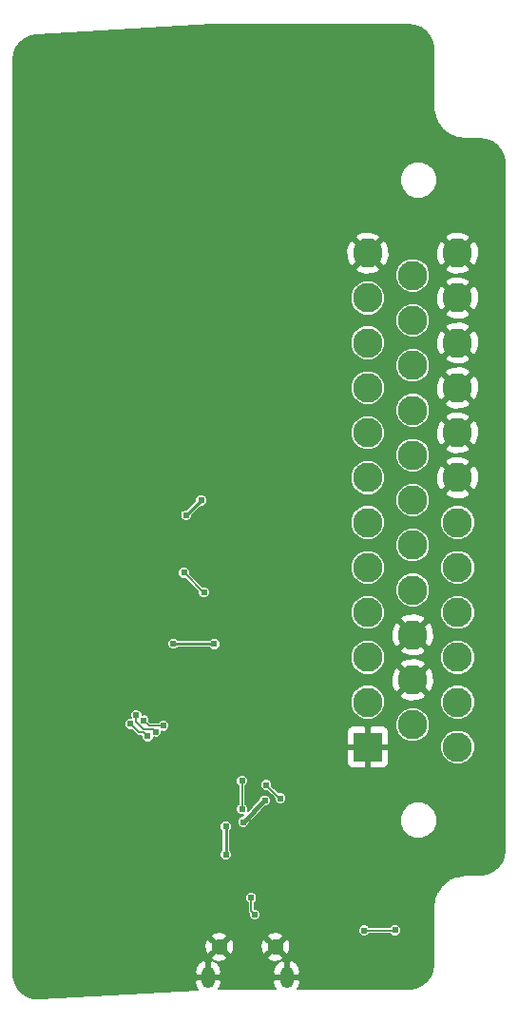
<source format=gbr>
G04 #@! TF.GenerationSoftware,KiCad,Pcbnew,5.0.0-fee4fd1~66~ubuntu16.04.1*
G04 #@! TF.CreationDate,2019-03-17T00:35:17-04:00*
G04 #@! TF.ProjectId,sensing_board,73656E73696E675F626F6172642E6B69,rev?*
G04 #@! TF.SameCoordinates,Original*
G04 #@! TF.FileFunction,Copper,L2,Bot,Signal*
G04 #@! TF.FilePolarity,Positive*
%FSLAX46Y46*%
G04 Gerber Fmt 4.6, Leading zero omitted, Abs format (unit mm)*
G04 Created by KiCad (PCBNEW 5.0.0-fee4fd1~66~ubuntu16.04.1) date Sun Mar 17 00:35:17 2019*
%MOMM*%
%LPD*%
G01*
G04 APERTURE LIST*
G04 #@! TA.AperFunction,ComponentPad*
%ADD10O,1.200000X1.900000*%
G04 #@! TD*
G04 #@! TA.AperFunction,ComponentPad*
%ADD11C,1.450000*%
G04 #@! TD*
G04 #@! TA.AperFunction,ComponentPad*
%ADD12R,2.625000X2.625000*%
G04 #@! TD*
G04 #@! TA.AperFunction,ComponentPad*
%ADD13C,2.625000*%
G04 #@! TD*
G04 #@! TA.AperFunction,ViaPad*
%ADD14C,0.609600*%
G04 #@! TD*
G04 #@! TA.AperFunction,Conductor*
%ADD15C,0.254000*%
G04 #@! TD*
G04 #@! TA.AperFunction,Conductor*
%ADD16C,0.152400*%
G04 #@! TD*
G04 #@! TA.AperFunction,Conductor*
%ADD17C,0.381000*%
G04 #@! TD*
G04 APERTURE END LIST*
D10*
G04 #@! TO.P,U8,6*
G04 #@! TO.N,GND*
X204338560Y-136149080D03*
X197338560Y-136149080D03*
D11*
X203338560Y-133449080D03*
X198338560Y-133449080D03*
G04 #@! TD*
D12*
G04 #@! TO.P,J1,1*
G04 #@! TO.N,GND*
X211561680Y-115666520D03*
D13*
G04 #@! TO.P,J1,5*
G04 #@! TO.N,/CANH*
X211561680Y-99666520D03*
G04 #@! TO.P,J1,6*
G04 #@! TO.N,/BRAKETEMP*
X211561680Y-95666520D03*
G04 #@! TO.P,J1,7*
G04 #@! TO.N,/HSENSOR*
X211561680Y-91666520D03*
G04 #@! TO.P,J1,8*
G04 #@! TO.N,/POT*
X211561680Y-87666520D03*
G04 #@! TO.P,J1,13*
G04 #@! TO.N,VCC*
X215561680Y-113666520D03*
G04 #@! TO.P,J1,14*
G04 #@! TO.N,GND*
X215561680Y-109666520D03*
G04 #@! TO.P,J1,15*
X215561680Y-105666520D03*
G04 #@! TO.P,J1,16*
G04 #@! TO.N,/CANL*
X215561680Y-101666520D03*
G04 #@! TO.P,J1,25*
G04 #@! TO.N,Net-(J1-Pad25)*
X219561680Y-111666520D03*
G04 #@! TO.P,J1,26*
G04 #@! TO.N,Net-(J1-Pad26)*
X219561680Y-107666520D03*
G04 #@! TO.P,J1,27*
G04 #@! TO.N,Net-(J1-Pad27)*
X219561680Y-103666520D03*
G04 #@! TO.P,J1,28*
G04 #@! TO.N,Net-(J1-Pad28)*
X219561680Y-99666520D03*
G04 #@! TO.P,J1,29*
G04 #@! TO.N,Net-(J1-Pad29)*
X219561680Y-95666520D03*
G04 #@! TO.P,J1,9*
G04 #@! TO.N,Net-(J1-Pad9)*
X211561680Y-83666520D03*
G04 #@! TO.P,J1,10*
G04 #@! TO.N,Net-(J1-Pad10)*
X211561680Y-79666520D03*
G04 #@! TO.P,J1,11*
G04 #@! TO.N,Net-(J1-Pad11)*
X211561680Y-75666520D03*
G04 #@! TO.P,J1,3*
G04 #@! TO.N,/12V*
X211561680Y-107666520D03*
G04 #@! TO.P,J1,2*
X211561680Y-111666520D03*
G04 #@! TO.P,J1,4*
G04 #@! TO.N,/CANL*
X211561680Y-103666520D03*
G04 #@! TO.P,J1,12*
G04 #@! TO.N,GND*
X211561680Y-71666520D03*
G04 #@! TO.P,J1,17*
G04 #@! TO.N,/CANH*
X215561680Y-97666520D03*
G04 #@! TO.P,J1,19*
G04 #@! TO.N,VCC*
X215561680Y-89666520D03*
G04 #@! TO.P,J1,18*
X215561680Y-93666520D03*
G04 #@! TO.P,J1,20*
X215561680Y-85666520D03*
G04 #@! TO.P,J1,21*
X215561680Y-81666520D03*
G04 #@! TO.P,J1,22*
G04 #@! TO.N,Net-(J1-Pad22)*
X215561680Y-77666520D03*
G04 #@! TO.P,J1,23*
G04 #@! TO.N,Net-(J1-Pad23)*
X215561680Y-73666520D03*
G04 #@! TO.P,J1,24*
G04 #@! TO.N,Net-(J1-Pad24)*
X219561680Y-115666520D03*
G04 #@! TO.P,J1,30*
G04 #@! TO.N,GND*
X219561680Y-91666520D03*
G04 #@! TO.P,J1,31*
X219561680Y-87666520D03*
G04 #@! TO.P,J1,32*
X219561680Y-83666520D03*
G04 #@! TO.P,J1,33*
X219561680Y-79666520D03*
G04 #@! TO.P,J1,34*
X219561680Y-75666520D03*
G04 #@! TO.P,J1,35*
X219561680Y-71666520D03*
G04 #@! TD*
D14*
G04 #@! TO.N,VCC*
X195380000Y-95010000D03*
X196720000Y-93690000D03*
X198920000Y-122740000D03*
X198920000Y-125230000D03*
X194250000Y-106460000D03*
X197880000Y-106470000D03*
G04 #@! TO.N,GND*
X192760000Y-90540000D03*
X189720000Y-136290000D03*
X191460000Y-136320000D03*
X193420000Y-136320000D03*
X194650000Y-135680000D03*
X186950000Y-117700000D03*
X189240000Y-117700000D03*
X192140000Y-117630000D03*
X194830000Y-117960000D03*
X194850000Y-119250000D03*
X192000000Y-120650000D03*
X189550000Y-122170000D03*
X189440000Y-133170000D03*
X192390000Y-133190000D03*
X200610000Y-108380000D03*
X199020000Y-104140000D03*
X185520000Y-95410000D03*
X185960000Y-104590000D03*
X186140000Y-63080000D03*
X202410000Y-97930000D03*
X193800000Y-105400000D03*
X202760000Y-93450000D03*
X202910000Y-90650000D03*
X192880000Y-109200000D03*
X202750000Y-86110000D03*
X209100000Y-96840000D03*
G04 #@! TO.N,/P_LED_1*
X195190000Y-100130000D03*
X196980000Y-101880000D03*
X202520000Y-119030000D03*
X203780000Y-120210000D03*
G04 #@! TO.N,/MISO*
X192670615Y-114283400D03*
X190930000Y-112810000D03*
G04 #@! TO.N,/MOSI*
X193350000Y-113750000D03*
X191600000Y-113280000D03*
G04 #@! TO.N,/SCK*
X200372355Y-118672355D03*
X200370000Y-121180000D03*
G04 #@! TO.N,/RESET*
X201490000Y-130590000D03*
X201170000Y-129080000D03*
X191950092Y-114700092D03*
X190432081Y-113590726D03*
G04 #@! TO.N,/12V*
X202390000Y-120420000D03*
X200470000Y-122330000D03*
G04 #@! TO.N,Net-(D4-Pad2)*
X211240000Y-132000000D03*
X214000000Y-131960000D03*
G04 #@! TD*
D15*
G04 #@! TO.N,VCC*
X195490000Y-94920000D02*
X196720000Y-93690000D01*
X195490000Y-95060000D02*
X195490000Y-94920000D01*
X198920000Y-122740000D02*
X198920000Y-125230000D01*
X194250000Y-106460000D02*
X197040000Y-106460000D01*
X197870000Y-106460000D02*
X197880000Y-106470000D01*
X197040000Y-106460000D02*
X197870000Y-106460000D01*
G04 #@! TO.N,GND*
X191430000Y-136290000D02*
X191460000Y-136320000D01*
X189720000Y-136290000D02*
X191430000Y-136290000D01*
X194010000Y-136320000D02*
X194650000Y-135680000D01*
X193420000Y-136320000D02*
X194010000Y-136320000D01*
X186950000Y-117700000D02*
X189240000Y-117700000D01*
X194500000Y-117630000D02*
X194830000Y-117960000D01*
X192140000Y-117630000D02*
X194500000Y-117630000D01*
X193400000Y-119250000D02*
X192000000Y-120650000D01*
X194850000Y-119250000D02*
X193400000Y-119250000D01*
X192370000Y-133170000D02*
X192390000Y-133190000D01*
X189440000Y-133170000D02*
X192370000Y-133170000D01*
D16*
G04 #@! TO.N,/P_LED_1*
X196940000Y-101880000D02*
X196980000Y-101880000D01*
X195190000Y-100130000D02*
X196940000Y-101880000D01*
X203700000Y-120210000D02*
X203780000Y-120210000D01*
X202520000Y-119030000D02*
X203700000Y-120210000D01*
G04 #@! TO.N,/MISO*
X192670615Y-114283400D02*
X192442025Y-114054810D01*
X192442025Y-114054810D02*
X191585374Y-114054808D01*
X190930000Y-113399434D02*
X190930000Y-112810000D01*
X191585374Y-114054808D02*
X190930000Y-113399434D01*
G04 #@! TO.N,/MOSI*
X192070000Y-113750000D02*
X191600000Y-113280000D01*
X193350000Y-113750000D02*
X192070000Y-113750000D01*
G04 #@! TO.N,/SCK*
X200370000Y-118674710D02*
X200372355Y-118672355D01*
X200370000Y-121180000D02*
X200370000Y-118674710D01*
G04 #@! TO.N,/RESET*
X201170000Y-130270000D02*
X201170000Y-129080000D01*
X201490000Y-130590000D02*
X201170000Y-130270000D01*
X191200973Y-114359618D02*
X190432081Y-113590726D01*
X191609618Y-114359618D02*
X191200973Y-114359618D01*
X191950092Y-114700092D02*
X191609618Y-114359618D01*
D17*
G04 #@! TO.N,/12V*
X202380000Y-120420000D02*
X200470000Y-122330000D01*
X202390000Y-120420000D02*
X202380000Y-120420000D01*
D16*
G04 #@! TO.N,Net-(D4-Pad2)*
X213960000Y-132000000D02*
X214000000Y-131960000D01*
X211240000Y-132000000D02*
X213960000Y-132000000D01*
G04 #@! TD*
G04 #@! TO.N,GND*
G36*
X215758421Y-51420095D02*
X216273213Y-51623915D01*
X216721138Y-51949351D01*
X217074062Y-52375963D01*
X217309802Y-52876935D01*
X217416482Y-53436174D01*
X217420521Y-53564689D01*
X217420520Y-58671850D01*
X217421535Y-58676952D01*
X217425694Y-58809300D01*
X217426506Y-58814427D01*
X217426180Y-58819610D01*
X217431352Y-58860551D01*
X217550656Y-59485967D01*
X217557046Y-59505631D01*
X217560919Y-59525936D01*
X217576110Y-59564304D01*
X217847201Y-60140401D01*
X217858275Y-60157850D01*
X217867080Y-60176562D01*
X217891336Y-60209948D01*
X218297179Y-60700527D01*
X218312245Y-60714675D01*
X218325427Y-60730609D01*
X218357224Y-60756913D01*
X218872320Y-61131152D01*
X218890433Y-61141110D01*
X218907161Y-61153263D01*
X218944500Y-61170834D01*
X219536483Y-61405216D01*
X219556506Y-61410357D01*
X219575728Y-61417967D01*
X219616263Y-61425700D01*
X220236418Y-61504044D01*
X220256759Y-61508090D01*
X221538445Y-61508090D01*
X222108421Y-61580095D01*
X222623213Y-61783915D01*
X223071138Y-62109351D01*
X223424062Y-62535963D01*
X223659802Y-63036935D01*
X223766482Y-63596174D01*
X223770521Y-63724689D01*
X223770520Y-124824747D01*
X223698515Y-125394727D01*
X223494695Y-125909514D01*
X223169257Y-126357442D01*
X222742645Y-126710365D01*
X222241675Y-126946104D01*
X221682437Y-127052784D01*
X221553954Y-127056822D01*
X220256759Y-127056822D01*
X220251656Y-127057837D01*
X220119311Y-127061996D01*
X220114184Y-127062808D01*
X220109000Y-127062482D01*
X220068059Y-127067654D01*
X219442644Y-127186958D01*
X219422981Y-127193347D01*
X219402674Y-127197221D01*
X219364306Y-127212412D01*
X218788209Y-127483503D01*
X218770756Y-127494579D01*
X218752047Y-127503383D01*
X218718662Y-127527639D01*
X218228082Y-127933481D01*
X218213932Y-127948549D01*
X218198001Y-127961729D01*
X218171697Y-127993525D01*
X217797458Y-128508622D01*
X217787500Y-128526736D01*
X217775347Y-128543463D01*
X217757777Y-128580802D01*
X217523394Y-129172784D01*
X217518253Y-129192807D01*
X217510643Y-129212029D01*
X217502910Y-129252565D01*
X217424564Y-129872735D01*
X217420521Y-129893061D01*
X217420520Y-134984747D01*
X217348515Y-135554727D01*
X217144695Y-136069514D01*
X216819257Y-136517442D01*
X216392645Y-136870365D01*
X215891675Y-137106104D01*
X215332437Y-137212784D01*
X215203954Y-137216822D01*
X205284447Y-137216822D01*
X205449179Y-136977708D01*
X205547801Y-136516259D01*
X205389551Y-136326880D01*
X204516360Y-136326880D01*
X204516360Y-136346880D01*
X204160760Y-136346880D01*
X204160760Y-136326880D01*
X203287569Y-136326880D01*
X203129319Y-136516259D01*
X203227941Y-136977708D01*
X203392673Y-137216822D01*
X198284447Y-137216822D01*
X198449179Y-136977708D01*
X198547801Y-136516259D01*
X198389551Y-136326880D01*
X197516360Y-136326880D01*
X197516360Y-136346880D01*
X197160760Y-136346880D01*
X197160760Y-136326880D01*
X196287569Y-136326880D01*
X196129319Y-136516259D01*
X196227941Y-136977708D01*
X196423347Y-137261347D01*
X182336005Y-138066801D01*
X181762835Y-138027448D01*
X181237251Y-137853346D01*
X180771478Y-137554009D01*
X180394776Y-137148236D01*
X180130826Y-136661539D01*
X179993545Y-136113885D01*
X179977720Y-135850332D01*
X179977720Y-135781901D01*
X196129319Y-135781901D01*
X196287569Y-135971280D01*
X197160760Y-135971280D01*
X197160760Y-134776269D01*
X197516360Y-134776269D01*
X197516360Y-135971280D01*
X198389551Y-135971280D01*
X198547801Y-135781901D01*
X203129319Y-135781901D01*
X203287569Y-135971280D01*
X204160760Y-135971280D01*
X204160760Y-134776269D01*
X204516360Y-134776269D01*
X204516360Y-135971280D01*
X205389551Y-135971280D01*
X205547801Y-135781901D01*
X205449179Y-135320452D01*
X205181475Y-134931870D01*
X204785445Y-134675313D01*
X204697321Y-134670532D01*
X204516360Y-134776269D01*
X204160760Y-134776269D01*
X203979799Y-134670532D01*
X203891675Y-134675313D01*
X203495645Y-134931870D01*
X203227941Y-135320452D01*
X203129319Y-135781901D01*
X198547801Y-135781901D01*
X198449179Y-135320452D01*
X198181475Y-134931870D01*
X197785445Y-134675313D01*
X197697321Y-134670532D01*
X197516360Y-134776269D01*
X197160760Y-134776269D01*
X196979799Y-134670532D01*
X196891675Y-134675313D01*
X196495645Y-134931870D01*
X196227941Y-135320452D01*
X196129319Y-135781901D01*
X179977720Y-135781901D01*
X179977720Y-134405957D01*
X197633130Y-134405957D01*
X197704790Y-134623881D01*
X198202610Y-134776988D01*
X198721127Y-134727934D01*
X198972330Y-134623881D01*
X199043990Y-134405957D01*
X202633130Y-134405957D01*
X202704790Y-134623881D01*
X203202610Y-134776988D01*
X203721127Y-134727934D01*
X203972330Y-134623881D01*
X204043990Y-134405957D01*
X203338560Y-133700527D01*
X202633130Y-134405957D01*
X199043990Y-134405957D01*
X198338560Y-133700527D01*
X197633130Y-134405957D01*
X179977720Y-134405957D01*
X179977720Y-133313130D01*
X197010652Y-133313130D01*
X197059706Y-133831647D01*
X197163759Y-134082850D01*
X197381683Y-134154510D01*
X198087113Y-133449080D01*
X198590007Y-133449080D01*
X199295437Y-134154510D01*
X199513361Y-134082850D01*
X199666468Y-133585030D01*
X199640746Y-133313130D01*
X202010652Y-133313130D01*
X202059706Y-133831647D01*
X202163759Y-134082850D01*
X202381683Y-134154510D01*
X203087113Y-133449080D01*
X203590007Y-133449080D01*
X204295437Y-134154510D01*
X204513361Y-134082850D01*
X204666468Y-133585030D01*
X204617414Y-133066513D01*
X204513361Y-132815310D01*
X204295437Y-132743650D01*
X203590007Y-133449080D01*
X203087113Y-133449080D01*
X202381683Y-132743650D01*
X202163759Y-132815310D01*
X202010652Y-133313130D01*
X199640746Y-133313130D01*
X199617414Y-133066513D01*
X199513361Y-132815310D01*
X199295437Y-132743650D01*
X198590007Y-133449080D01*
X198087113Y-133449080D01*
X197381683Y-132743650D01*
X197163759Y-132815310D01*
X197010652Y-133313130D01*
X179977720Y-133313130D01*
X179977720Y-132492203D01*
X197633130Y-132492203D01*
X198338560Y-133197633D01*
X199043990Y-132492203D01*
X202633130Y-132492203D01*
X203338560Y-133197633D01*
X204043990Y-132492203D01*
X203972330Y-132274279D01*
X203474510Y-132121172D01*
X202955993Y-132170226D01*
X202704790Y-132274279D01*
X202633130Y-132492203D01*
X199043990Y-132492203D01*
X198972330Y-132274279D01*
X198474510Y-132121172D01*
X197955993Y-132170226D01*
X197704790Y-132274279D01*
X197633130Y-132492203D01*
X179977720Y-132492203D01*
X179977720Y-131893900D01*
X210706600Y-131893900D01*
X210706600Y-132106100D01*
X210787805Y-132302147D01*
X210937853Y-132452195D01*
X211133900Y-132533400D01*
X211346100Y-132533400D01*
X211542147Y-132452195D01*
X211689542Y-132304800D01*
X213590458Y-132304800D01*
X213697853Y-132412195D01*
X213893900Y-132493400D01*
X214106100Y-132493400D01*
X214302147Y-132412195D01*
X214452195Y-132262147D01*
X214533400Y-132066100D01*
X214533400Y-131853900D01*
X214452195Y-131657853D01*
X214302147Y-131507805D01*
X214106100Y-131426600D01*
X213893900Y-131426600D01*
X213697853Y-131507805D01*
X213547805Y-131657853D01*
X213532335Y-131695200D01*
X211689542Y-131695200D01*
X211542147Y-131547805D01*
X211346100Y-131466600D01*
X211133900Y-131466600D01*
X210937853Y-131547805D01*
X210787805Y-131697853D01*
X210706600Y-131893900D01*
X179977720Y-131893900D01*
X179977720Y-128973900D01*
X200636600Y-128973900D01*
X200636600Y-129186100D01*
X200717805Y-129382147D01*
X200865201Y-129529543D01*
X200865200Y-130239985D01*
X200859230Y-130270000D01*
X200865200Y-130300014D01*
X200865200Y-130300017D01*
X200882885Y-130388926D01*
X200950252Y-130489748D01*
X200956600Y-130493990D01*
X200956600Y-130696100D01*
X201037805Y-130892147D01*
X201187853Y-131042195D01*
X201383900Y-131123400D01*
X201596100Y-131123400D01*
X201792147Y-131042195D01*
X201942195Y-130892147D01*
X202023400Y-130696100D01*
X202023400Y-130483900D01*
X201942195Y-130287853D01*
X201792147Y-130137805D01*
X201596100Y-130056600D01*
X201474800Y-130056600D01*
X201474800Y-129529542D01*
X201622195Y-129382147D01*
X201703400Y-129186100D01*
X201703400Y-128973900D01*
X201622195Y-128777853D01*
X201472147Y-128627805D01*
X201276100Y-128546600D01*
X201063900Y-128546600D01*
X200867853Y-128627805D01*
X200717805Y-128777853D01*
X200636600Y-128973900D01*
X179977720Y-128973900D01*
X179977720Y-122633900D01*
X198386600Y-122633900D01*
X198386600Y-122846100D01*
X198467805Y-123042147D01*
X198564400Y-123138742D01*
X198564401Y-124831257D01*
X198467805Y-124927853D01*
X198386600Y-125123900D01*
X198386600Y-125336100D01*
X198467805Y-125532147D01*
X198617853Y-125682195D01*
X198813900Y-125763400D01*
X199026100Y-125763400D01*
X199222147Y-125682195D01*
X199372195Y-125532147D01*
X199453400Y-125336100D01*
X199453400Y-125123900D01*
X199372195Y-124927853D01*
X199275600Y-124831258D01*
X199275600Y-123138742D01*
X199372195Y-123042147D01*
X199453400Y-122846100D01*
X199453400Y-122633900D01*
X199372195Y-122437853D01*
X199222147Y-122287805D01*
X199026100Y-122206600D01*
X198813900Y-122206600D01*
X198617853Y-122287805D01*
X198467805Y-122437853D01*
X198386600Y-122633900D01*
X179977720Y-122633900D01*
X179977720Y-121073900D01*
X199836600Y-121073900D01*
X199836600Y-121286100D01*
X199917805Y-121482147D01*
X200067853Y-121632195D01*
X200263900Y-121713400D01*
X200476100Y-121713400D01*
X200506493Y-121700811D01*
X200410704Y-121796600D01*
X200363900Y-121796600D01*
X200167853Y-121877805D01*
X200017805Y-122027853D01*
X199936600Y-122223900D01*
X199936600Y-122436100D01*
X200017805Y-122632147D01*
X200167853Y-122782195D01*
X200363900Y-122863400D01*
X200576100Y-122863400D01*
X200772147Y-122782195D01*
X200922195Y-122632147D01*
X201003400Y-122436100D01*
X201003400Y-122389296D01*
X201555098Y-121837598D01*
X214408080Y-121837598D01*
X214408080Y-122495442D01*
X214659826Y-123103209D01*
X215124991Y-123568374D01*
X215732758Y-123820120D01*
X216390602Y-123820120D01*
X216998369Y-123568374D01*
X217463534Y-123103209D01*
X217715280Y-122495442D01*
X217715280Y-121837598D01*
X217463534Y-121229831D01*
X216998369Y-120764666D01*
X216390602Y-120512920D01*
X215732758Y-120512920D01*
X215124991Y-120764666D01*
X214659826Y-121229831D01*
X214408080Y-121837598D01*
X201555098Y-121837598D01*
X202439297Y-120953400D01*
X202496100Y-120953400D01*
X202692147Y-120872195D01*
X202842195Y-120722147D01*
X202923400Y-120526100D01*
X202923400Y-120313900D01*
X202842195Y-120117853D01*
X202692147Y-119967805D01*
X202496100Y-119886600D01*
X202283900Y-119886600D01*
X202087853Y-119967805D01*
X201937805Y-120117853D01*
X201856600Y-120313900D01*
X201856600Y-120350703D01*
X200890811Y-121316493D01*
X200903400Y-121286100D01*
X200903400Y-121073900D01*
X200822195Y-120877853D01*
X200674800Y-120730458D01*
X200674800Y-119124252D01*
X200824550Y-118974502D01*
X200845509Y-118923900D01*
X201986600Y-118923900D01*
X201986600Y-119136100D01*
X202067805Y-119332147D01*
X202217853Y-119482195D01*
X202413900Y-119563400D01*
X202622348Y-119563400D01*
X203246600Y-120187653D01*
X203246600Y-120316100D01*
X203327805Y-120512147D01*
X203477853Y-120662195D01*
X203673900Y-120743400D01*
X203886100Y-120743400D01*
X204082147Y-120662195D01*
X204232195Y-120512147D01*
X204313400Y-120316100D01*
X204313400Y-120103900D01*
X204232195Y-119907853D01*
X204082147Y-119757805D01*
X203886100Y-119676600D01*
X203673900Y-119676600D01*
X203619985Y-119698932D01*
X203053400Y-119132348D01*
X203053400Y-118923900D01*
X202972195Y-118727853D01*
X202822147Y-118577805D01*
X202626100Y-118496600D01*
X202413900Y-118496600D01*
X202217853Y-118577805D01*
X202067805Y-118727853D01*
X201986600Y-118923900D01*
X200845509Y-118923900D01*
X200905755Y-118778455D01*
X200905755Y-118566255D01*
X200824550Y-118370208D01*
X200674502Y-118220160D01*
X200478455Y-118138955D01*
X200266255Y-118138955D01*
X200070208Y-118220160D01*
X199920160Y-118370208D01*
X199838955Y-118566255D01*
X199838955Y-118778455D01*
X199920160Y-118974502D01*
X200065201Y-119119543D01*
X200065200Y-120730458D01*
X199917805Y-120877853D01*
X199836600Y-121073900D01*
X179977720Y-121073900D01*
X179977720Y-115990370D01*
X209664980Y-115990370D01*
X209664980Y-117095225D01*
X209753919Y-117309943D01*
X209918258Y-117474281D01*
X210132976Y-117563220D01*
X211237830Y-117563220D01*
X211383880Y-117417170D01*
X211383880Y-115844320D01*
X211739480Y-115844320D01*
X211739480Y-117417170D01*
X211885530Y-117563220D01*
X212990384Y-117563220D01*
X213205102Y-117474281D01*
X213369441Y-117309943D01*
X213458380Y-117095225D01*
X213458380Y-115990370D01*
X213312330Y-115844320D01*
X211739480Y-115844320D01*
X211383880Y-115844320D01*
X209811030Y-115844320D01*
X209664980Y-115990370D01*
X179977720Y-115990370D01*
X179977720Y-113484626D01*
X189898681Y-113484626D01*
X189898681Y-113696826D01*
X189979886Y-113892873D01*
X190129934Y-114042921D01*
X190325981Y-114124126D01*
X190534429Y-114124126D01*
X190964221Y-114553918D01*
X190981225Y-114579366D01*
X191082046Y-114646733D01*
X191170955Y-114664418D01*
X191170959Y-114664418D01*
X191200972Y-114670388D01*
X191230985Y-114664418D01*
X191416692Y-114664418D01*
X191416692Y-114806192D01*
X191497897Y-115002239D01*
X191647945Y-115152287D01*
X191843992Y-115233492D01*
X192056192Y-115233492D01*
X192252239Y-115152287D01*
X192402287Y-115002239D01*
X192483492Y-114806192D01*
X192483492Y-114783239D01*
X192564515Y-114816800D01*
X192776715Y-114816800D01*
X192972762Y-114735595D01*
X193122810Y-114585547D01*
X193204015Y-114389500D01*
X193204015Y-114266879D01*
X193243900Y-114283400D01*
X193456100Y-114283400D01*
X193566152Y-114237815D01*
X209664980Y-114237815D01*
X209664980Y-115342670D01*
X209811030Y-115488720D01*
X211383880Y-115488720D01*
X211383880Y-113915870D01*
X211739480Y-113915870D01*
X211739480Y-115488720D01*
X213312330Y-115488720D01*
X213441074Y-115359976D01*
X218020580Y-115359976D01*
X218020580Y-115973064D01*
X218255198Y-116539483D01*
X218688717Y-116973002D01*
X219255136Y-117207620D01*
X219868224Y-117207620D01*
X220434643Y-116973002D01*
X220868162Y-116539483D01*
X221102780Y-115973064D01*
X221102780Y-115359976D01*
X220868162Y-114793557D01*
X220434643Y-114360038D01*
X219868224Y-114125420D01*
X219255136Y-114125420D01*
X218688717Y-114360038D01*
X218255198Y-114793557D01*
X218020580Y-115359976D01*
X213441074Y-115359976D01*
X213458380Y-115342670D01*
X213458380Y-114237815D01*
X213369441Y-114023097D01*
X213205102Y-113858759D01*
X212990384Y-113769820D01*
X211885530Y-113769820D01*
X211739480Y-113915870D01*
X211383880Y-113915870D01*
X211237830Y-113769820D01*
X210132976Y-113769820D01*
X209918258Y-113858759D01*
X209753919Y-114023097D01*
X209664980Y-114237815D01*
X193566152Y-114237815D01*
X193652147Y-114202195D01*
X193802195Y-114052147D01*
X193883400Y-113856100D01*
X193883400Y-113643900D01*
X193802195Y-113447853D01*
X193714318Y-113359976D01*
X214020580Y-113359976D01*
X214020580Y-113973064D01*
X214255198Y-114539483D01*
X214688717Y-114973002D01*
X215255136Y-115207620D01*
X215868224Y-115207620D01*
X216434643Y-114973002D01*
X216868162Y-114539483D01*
X217102780Y-113973064D01*
X217102780Y-113359976D01*
X216868162Y-112793557D01*
X216434643Y-112360038D01*
X215868224Y-112125420D01*
X215255136Y-112125420D01*
X214688717Y-112360038D01*
X214255198Y-112793557D01*
X214020580Y-113359976D01*
X193714318Y-113359976D01*
X193652147Y-113297805D01*
X193456100Y-113216600D01*
X193243900Y-113216600D01*
X193047853Y-113297805D01*
X192900458Y-113445200D01*
X192196252Y-113445200D01*
X192133400Y-113382348D01*
X192133400Y-113173900D01*
X192052195Y-112977853D01*
X191902147Y-112827805D01*
X191706100Y-112746600D01*
X191493900Y-112746600D01*
X191463400Y-112759233D01*
X191463400Y-112703900D01*
X191382195Y-112507853D01*
X191232147Y-112357805D01*
X191036100Y-112276600D01*
X190823900Y-112276600D01*
X190627853Y-112357805D01*
X190477805Y-112507853D01*
X190396600Y-112703900D01*
X190396600Y-112916100D01*
X190455097Y-113057326D01*
X190325981Y-113057326D01*
X190129934Y-113138531D01*
X189979886Y-113288579D01*
X189898681Y-113484626D01*
X179977720Y-113484626D01*
X179977720Y-111359976D01*
X210020580Y-111359976D01*
X210020580Y-111973064D01*
X210255198Y-112539483D01*
X210688717Y-112973002D01*
X211255136Y-113207620D01*
X211868224Y-113207620D01*
X212434643Y-112973002D01*
X212868162Y-112539483D01*
X213102780Y-111973064D01*
X213102780Y-111359976D01*
X212974446Y-111050148D01*
X214429499Y-111050148D01*
X214573644Y-111328927D01*
X215285029Y-111580488D01*
X216038532Y-111540666D01*
X216474756Y-111359976D01*
X218020580Y-111359976D01*
X218020580Y-111973064D01*
X218255198Y-112539483D01*
X218688717Y-112973002D01*
X219255136Y-113207620D01*
X219868224Y-113207620D01*
X220434643Y-112973002D01*
X220868162Y-112539483D01*
X221102780Y-111973064D01*
X221102780Y-111359976D01*
X220868162Y-110793557D01*
X220434643Y-110360038D01*
X219868224Y-110125420D01*
X219255136Y-110125420D01*
X218688717Y-110360038D01*
X218255198Y-110793557D01*
X218020580Y-111359976D01*
X216474756Y-111359976D01*
X216549716Y-111328927D01*
X216693861Y-111050148D01*
X215561680Y-109917967D01*
X214429499Y-111050148D01*
X212974446Y-111050148D01*
X212868162Y-110793557D01*
X212434643Y-110360038D01*
X211868224Y-110125420D01*
X211255136Y-110125420D01*
X210688717Y-110360038D01*
X210255198Y-110793557D01*
X210020580Y-111359976D01*
X179977720Y-111359976D01*
X179977720Y-109389869D01*
X213647712Y-109389869D01*
X213687534Y-110143372D01*
X213899273Y-110654556D01*
X214178052Y-110798701D01*
X215310233Y-109666520D01*
X215813127Y-109666520D01*
X216945308Y-110798701D01*
X217224087Y-110654556D01*
X217475648Y-109943171D01*
X217435826Y-109189668D01*
X217224087Y-108678484D01*
X216945308Y-108534339D01*
X215813127Y-109666520D01*
X215310233Y-109666520D01*
X214178052Y-108534339D01*
X213899273Y-108678484D01*
X213647712Y-109389869D01*
X179977720Y-109389869D01*
X179977720Y-107359976D01*
X210020580Y-107359976D01*
X210020580Y-107973064D01*
X210255198Y-108539483D01*
X210688717Y-108973002D01*
X211255136Y-109207620D01*
X211868224Y-109207620D01*
X212434643Y-108973002D01*
X212868162Y-108539483D01*
X212974445Y-108282892D01*
X214429499Y-108282892D01*
X215561680Y-109415073D01*
X216693861Y-108282892D01*
X216549716Y-108004113D01*
X215838331Y-107752552D01*
X215084828Y-107792374D01*
X214573644Y-108004113D01*
X214429499Y-108282892D01*
X212974445Y-108282892D01*
X213102780Y-107973064D01*
X213102780Y-107359976D01*
X212974446Y-107050148D01*
X214429499Y-107050148D01*
X214573644Y-107328927D01*
X215285029Y-107580488D01*
X216038532Y-107540666D01*
X216474756Y-107359976D01*
X218020580Y-107359976D01*
X218020580Y-107973064D01*
X218255198Y-108539483D01*
X218688717Y-108973002D01*
X219255136Y-109207620D01*
X219868224Y-109207620D01*
X220434643Y-108973002D01*
X220868162Y-108539483D01*
X221102780Y-107973064D01*
X221102780Y-107359976D01*
X220868162Y-106793557D01*
X220434643Y-106360038D01*
X219868224Y-106125420D01*
X219255136Y-106125420D01*
X218688717Y-106360038D01*
X218255198Y-106793557D01*
X218020580Y-107359976D01*
X216474756Y-107359976D01*
X216549716Y-107328927D01*
X216693861Y-107050148D01*
X215561680Y-105917967D01*
X214429499Y-107050148D01*
X212974446Y-107050148D01*
X212868162Y-106793557D01*
X212434643Y-106360038D01*
X211868224Y-106125420D01*
X211255136Y-106125420D01*
X210688717Y-106360038D01*
X210255198Y-106793557D01*
X210020580Y-107359976D01*
X179977720Y-107359976D01*
X179977720Y-106353900D01*
X193716600Y-106353900D01*
X193716600Y-106566100D01*
X193797805Y-106762147D01*
X193947853Y-106912195D01*
X194143900Y-106993400D01*
X194356100Y-106993400D01*
X194552147Y-106912195D01*
X194648742Y-106815600D01*
X197471258Y-106815600D01*
X197577853Y-106922195D01*
X197773900Y-107003400D01*
X197986100Y-107003400D01*
X198182147Y-106922195D01*
X198332195Y-106772147D01*
X198413400Y-106576100D01*
X198413400Y-106363900D01*
X198332195Y-106167853D01*
X198182147Y-106017805D01*
X197986100Y-105936600D01*
X197773900Y-105936600D01*
X197577853Y-106017805D01*
X197491258Y-106104400D01*
X194648742Y-106104400D01*
X194552147Y-106007805D01*
X194356100Y-105926600D01*
X194143900Y-105926600D01*
X193947853Y-106007805D01*
X193797805Y-106157853D01*
X193716600Y-106353900D01*
X179977720Y-106353900D01*
X179977720Y-105389869D01*
X213647712Y-105389869D01*
X213687534Y-106143372D01*
X213899273Y-106654556D01*
X214178052Y-106798701D01*
X215310233Y-105666520D01*
X215813127Y-105666520D01*
X216945308Y-106798701D01*
X217224087Y-106654556D01*
X217475648Y-105943171D01*
X217435826Y-105189668D01*
X217224087Y-104678484D01*
X216945308Y-104534339D01*
X215813127Y-105666520D01*
X215310233Y-105666520D01*
X214178052Y-104534339D01*
X213899273Y-104678484D01*
X213647712Y-105389869D01*
X179977720Y-105389869D01*
X179977720Y-103359976D01*
X210020580Y-103359976D01*
X210020580Y-103973064D01*
X210255198Y-104539483D01*
X210688717Y-104973002D01*
X211255136Y-105207620D01*
X211868224Y-105207620D01*
X212434643Y-104973002D01*
X212868162Y-104539483D01*
X212974445Y-104282892D01*
X214429499Y-104282892D01*
X215561680Y-105415073D01*
X216693861Y-104282892D01*
X216549716Y-104004113D01*
X215838331Y-103752552D01*
X215084828Y-103792374D01*
X214573644Y-104004113D01*
X214429499Y-104282892D01*
X212974445Y-104282892D01*
X213102780Y-103973064D01*
X213102780Y-103359976D01*
X218020580Y-103359976D01*
X218020580Y-103973064D01*
X218255198Y-104539483D01*
X218688717Y-104973002D01*
X219255136Y-105207620D01*
X219868224Y-105207620D01*
X220434643Y-104973002D01*
X220868162Y-104539483D01*
X221102780Y-103973064D01*
X221102780Y-103359976D01*
X220868162Y-102793557D01*
X220434643Y-102360038D01*
X219868224Y-102125420D01*
X219255136Y-102125420D01*
X218688717Y-102360038D01*
X218255198Y-102793557D01*
X218020580Y-103359976D01*
X213102780Y-103359976D01*
X212868162Y-102793557D01*
X212434643Y-102360038D01*
X211868224Y-102125420D01*
X211255136Y-102125420D01*
X210688717Y-102360038D01*
X210255198Y-102793557D01*
X210020580Y-103359976D01*
X179977720Y-103359976D01*
X179977720Y-100023900D01*
X194656600Y-100023900D01*
X194656600Y-100236100D01*
X194737805Y-100432147D01*
X194887853Y-100582195D01*
X195083900Y-100663400D01*
X195292348Y-100663400D01*
X196446600Y-101817653D01*
X196446600Y-101986100D01*
X196527805Y-102182147D01*
X196677853Y-102332195D01*
X196873900Y-102413400D01*
X197086100Y-102413400D01*
X197282147Y-102332195D01*
X197432195Y-102182147D01*
X197513400Y-101986100D01*
X197513400Y-101773900D01*
X197432195Y-101577853D01*
X197282147Y-101427805D01*
X197118393Y-101359976D01*
X214020580Y-101359976D01*
X214020580Y-101973064D01*
X214255198Y-102539483D01*
X214688717Y-102973002D01*
X215255136Y-103207620D01*
X215868224Y-103207620D01*
X216434643Y-102973002D01*
X216868162Y-102539483D01*
X217102780Y-101973064D01*
X217102780Y-101359976D01*
X216868162Y-100793557D01*
X216434643Y-100360038D01*
X215868224Y-100125420D01*
X215255136Y-100125420D01*
X214688717Y-100360038D01*
X214255198Y-100793557D01*
X214020580Y-101359976D01*
X197118393Y-101359976D01*
X197086100Y-101346600D01*
X196873900Y-101346600D01*
X196848269Y-101357217D01*
X195723400Y-100232348D01*
X195723400Y-100023900D01*
X195642195Y-99827853D01*
X195492147Y-99677805D01*
X195296100Y-99596600D01*
X195083900Y-99596600D01*
X194887853Y-99677805D01*
X194737805Y-99827853D01*
X194656600Y-100023900D01*
X179977720Y-100023900D01*
X179977720Y-99359976D01*
X210020580Y-99359976D01*
X210020580Y-99973064D01*
X210255198Y-100539483D01*
X210688717Y-100973002D01*
X211255136Y-101207620D01*
X211868224Y-101207620D01*
X212434643Y-100973002D01*
X212868162Y-100539483D01*
X213102780Y-99973064D01*
X213102780Y-99359976D01*
X218020580Y-99359976D01*
X218020580Y-99973064D01*
X218255198Y-100539483D01*
X218688717Y-100973002D01*
X219255136Y-101207620D01*
X219868224Y-101207620D01*
X220434643Y-100973002D01*
X220868162Y-100539483D01*
X221102780Y-99973064D01*
X221102780Y-99359976D01*
X220868162Y-98793557D01*
X220434643Y-98360038D01*
X219868224Y-98125420D01*
X219255136Y-98125420D01*
X218688717Y-98360038D01*
X218255198Y-98793557D01*
X218020580Y-99359976D01*
X213102780Y-99359976D01*
X212868162Y-98793557D01*
X212434643Y-98360038D01*
X211868224Y-98125420D01*
X211255136Y-98125420D01*
X210688717Y-98360038D01*
X210255198Y-98793557D01*
X210020580Y-99359976D01*
X179977720Y-99359976D01*
X179977720Y-97359976D01*
X214020580Y-97359976D01*
X214020580Y-97973064D01*
X214255198Y-98539483D01*
X214688717Y-98973002D01*
X215255136Y-99207620D01*
X215868224Y-99207620D01*
X216434643Y-98973002D01*
X216868162Y-98539483D01*
X217102780Y-97973064D01*
X217102780Y-97359976D01*
X216868162Y-96793557D01*
X216434643Y-96360038D01*
X215868224Y-96125420D01*
X215255136Y-96125420D01*
X214688717Y-96360038D01*
X214255198Y-96793557D01*
X214020580Y-97359976D01*
X179977720Y-97359976D01*
X179977720Y-94903900D01*
X194846600Y-94903900D01*
X194846600Y-95116100D01*
X194927805Y-95312147D01*
X195077853Y-95462195D01*
X195273900Y-95543400D01*
X195486100Y-95543400D01*
X195682147Y-95462195D01*
X195784366Y-95359976D01*
X210020580Y-95359976D01*
X210020580Y-95973064D01*
X210255198Y-96539483D01*
X210688717Y-96973002D01*
X211255136Y-97207620D01*
X211868224Y-97207620D01*
X212434643Y-96973002D01*
X212868162Y-96539483D01*
X213102780Y-95973064D01*
X213102780Y-95359976D01*
X218020580Y-95359976D01*
X218020580Y-95973064D01*
X218255198Y-96539483D01*
X218688717Y-96973002D01*
X219255136Y-97207620D01*
X219868224Y-97207620D01*
X220434643Y-96973002D01*
X220868162Y-96539483D01*
X221102780Y-95973064D01*
X221102780Y-95359976D01*
X220868162Y-94793557D01*
X220434643Y-94360038D01*
X219868224Y-94125420D01*
X219255136Y-94125420D01*
X218688717Y-94360038D01*
X218255198Y-94793557D01*
X218020580Y-95359976D01*
X213102780Y-95359976D01*
X212868162Y-94793557D01*
X212434643Y-94360038D01*
X211868224Y-94125420D01*
X211255136Y-94125420D01*
X210688717Y-94360038D01*
X210255198Y-94793557D01*
X210020580Y-95359976D01*
X195784366Y-95359976D01*
X195832195Y-95312147D01*
X195913400Y-95116100D01*
X195913400Y-94999494D01*
X196689495Y-94223400D01*
X196826100Y-94223400D01*
X197022147Y-94142195D01*
X197172195Y-93992147D01*
X197253400Y-93796100D01*
X197253400Y-93583900D01*
X197172195Y-93387853D01*
X197144318Y-93359976D01*
X214020580Y-93359976D01*
X214020580Y-93973064D01*
X214255198Y-94539483D01*
X214688717Y-94973002D01*
X215255136Y-95207620D01*
X215868224Y-95207620D01*
X216434643Y-94973002D01*
X216868162Y-94539483D01*
X217102780Y-93973064D01*
X217102780Y-93359976D01*
X216974446Y-93050148D01*
X218429499Y-93050148D01*
X218573644Y-93328927D01*
X219285029Y-93580488D01*
X220038532Y-93540666D01*
X220549716Y-93328927D01*
X220693861Y-93050148D01*
X219561680Y-91917967D01*
X218429499Y-93050148D01*
X216974446Y-93050148D01*
X216868162Y-92793557D01*
X216434643Y-92360038D01*
X215868224Y-92125420D01*
X215255136Y-92125420D01*
X214688717Y-92360038D01*
X214255198Y-92793557D01*
X214020580Y-93359976D01*
X197144318Y-93359976D01*
X197022147Y-93237805D01*
X196826100Y-93156600D01*
X196613900Y-93156600D01*
X196417853Y-93237805D01*
X196267805Y-93387853D01*
X196186600Y-93583900D01*
X196186600Y-93720505D01*
X195430506Y-94476600D01*
X195273900Y-94476600D01*
X195077853Y-94557805D01*
X194927805Y-94707853D01*
X194846600Y-94903900D01*
X179977720Y-94903900D01*
X179977720Y-91359976D01*
X210020580Y-91359976D01*
X210020580Y-91973064D01*
X210255198Y-92539483D01*
X210688717Y-92973002D01*
X211255136Y-93207620D01*
X211868224Y-93207620D01*
X212434643Y-92973002D01*
X212868162Y-92539483D01*
X213102780Y-91973064D01*
X213102780Y-91389869D01*
X217647712Y-91389869D01*
X217687534Y-92143372D01*
X217899273Y-92654556D01*
X218178052Y-92798701D01*
X219310233Y-91666520D01*
X219813127Y-91666520D01*
X220945308Y-92798701D01*
X221224087Y-92654556D01*
X221475648Y-91943171D01*
X221435826Y-91189668D01*
X221224087Y-90678484D01*
X220945308Y-90534339D01*
X219813127Y-91666520D01*
X219310233Y-91666520D01*
X218178052Y-90534339D01*
X217899273Y-90678484D01*
X217647712Y-91389869D01*
X213102780Y-91389869D01*
X213102780Y-91359976D01*
X212868162Y-90793557D01*
X212434643Y-90360038D01*
X211868224Y-90125420D01*
X211255136Y-90125420D01*
X210688717Y-90360038D01*
X210255198Y-90793557D01*
X210020580Y-91359976D01*
X179977720Y-91359976D01*
X179977720Y-89359976D01*
X214020580Y-89359976D01*
X214020580Y-89973064D01*
X214255198Y-90539483D01*
X214688717Y-90973002D01*
X215255136Y-91207620D01*
X215868224Y-91207620D01*
X216434643Y-90973002D01*
X216868162Y-90539483D01*
X216974445Y-90282892D01*
X218429499Y-90282892D01*
X219561680Y-91415073D01*
X220693861Y-90282892D01*
X220549716Y-90004113D01*
X219838331Y-89752552D01*
X219084828Y-89792374D01*
X218573644Y-90004113D01*
X218429499Y-90282892D01*
X216974445Y-90282892D01*
X217102780Y-89973064D01*
X217102780Y-89359976D01*
X216974446Y-89050148D01*
X218429499Y-89050148D01*
X218573644Y-89328927D01*
X219285029Y-89580488D01*
X220038532Y-89540666D01*
X220549716Y-89328927D01*
X220693861Y-89050148D01*
X219561680Y-87917967D01*
X218429499Y-89050148D01*
X216974446Y-89050148D01*
X216868162Y-88793557D01*
X216434643Y-88360038D01*
X215868224Y-88125420D01*
X215255136Y-88125420D01*
X214688717Y-88360038D01*
X214255198Y-88793557D01*
X214020580Y-89359976D01*
X179977720Y-89359976D01*
X179977720Y-87359976D01*
X210020580Y-87359976D01*
X210020580Y-87973064D01*
X210255198Y-88539483D01*
X210688717Y-88973002D01*
X211255136Y-89207620D01*
X211868224Y-89207620D01*
X212434643Y-88973002D01*
X212868162Y-88539483D01*
X213102780Y-87973064D01*
X213102780Y-87389869D01*
X217647712Y-87389869D01*
X217687534Y-88143372D01*
X217899273Y-88654556D01*
X218178052Y-88798701D01*
X219310233Y-87666520D01*
X219813127Y-87666520D01*
X220945308Y-88798701D01*
X221224087Y-88654556D01*
X221475648Y-87943171D01*
X221435826Y-87189668D01*
X221224087Y-86678484D01*
X220945308Y-86534339D01*
X219813127Y-87666520D01*
X219310233Y-87666520D01*
X218178052Y-86534339D01*
X217899273Y-86678484D01*
X217647712Y-87389869D01*
X213102780Y-87389869D01*
X213102780Y-87359976D01*
X212868162Y-86793557D01*
X212434643Y-86360038D01*
X211868224Y-86125420D01*
X211255136Y-86125420D01*
X210688717Y-86360038D01*
X210255198Y-86793557D01*
X210020580Y-87359976D01*
X179977720Y-87359976D01*
X179977720Y-85359976D01*
X214020580Y-85359976D01*
X214020580Y-85973064D01*
X214255198Y-86539483D01*
X214688717Y-86973002D01*
X215255136Y-87207620D01*
X215868224Y-87207620D01*
X216434643Y-86973002D01*
X216868162Y-86539483D01*
X216974445Y-86282892D01*
X218429499Y-86282892D01*
X219561680Y-87415073D01*
X220693861Y-86282892D01*
X220549716Y-86004113D01*
X219838331Y-85752552D01*
X219084828Y-85792374D01*
X218573644Y-86004113D01*
X218429499Y-86282892D01*
X216974445Y-86282892D01*
X217102780Y-85973064D01*
X217102780Y-85359976D01*
X216974446Y-85050148D01*
X218429499Y-85050148D01*
X218573644Y-85328927D01*
X219285029Y-85580488D01*
X220038532Y-85540666D01*
X220549716Y-85328927D01*
X220693861Y-85050148D01*
X219561680Y-83917967D01*
X218429499Y-85050148D01*
X216974446Y-85050148D01*
X216868162Y-84793557D01*
X216434643Y-84360038D01*
X215868224Y-84125420D01*
X215255136Y-84125420D01*
X214688717Y-84360038D01*
X214255198Y-84793557D01*
X214020580Y-85359976D01*
X179977720Y-85359976D01*
X179977720Y-83359976D01*
X210020580Y-83359976D01*
X210020580Y-83973064D01*
X210255198Y-84539483D01*
X210688717Y-84973002D01*
X211255136Y-85207620D01*
X211868224Y-85207620D01*
X212434643Y-84973002D01*
X212868162Y-84539483D01*
X213102780Y-83973064D01*
X213102780Y-83389869D01*
X217647712Y-83389869D01*
X217687534Y-84143372D01*
X217899273Y-84654556D01*
X218178052Y-84798701D01*
X219310233Y-83666520D01*
X219813127Y-83666520D01*
X220945308Y-84798701D01*
X221224087Y-84654556D01*
X221475648Y-83943171D01*
X221435826Y-83189668D01*
X221224087Y-82678484D01*
X220945308Y-82534339D01*
X219813127Y-83666520D01*
X219310233Y-83666520D01*
X218178052Y-82534339D01*
X217899273Y-82678484D01*
X217647712Y-83389869D01*
X213102780Y-83389869D01*
X213102780Y-83359976D01*
X212868162Y-82793557D01*
X212434643Y-82360038D01*
X211868224Y-82125420D01*
X211255136Y-82125420D01*
X210688717Y-82360038D01*
X210255198Y-82793557D01*
X210020580Y-83359976D01*
X179977720Y-83359976D01*
X179977720Y-81359976D01*
X214020580Y-81359976D01*
X214020580Y-81973064D01*
X214255198Y-82539483D01*
X214688717Y-82973002D01*
X215255136Y-83207620D01*
X215868224Y-83207620D01*
X216434643Y-82973002D01*
X216868162Y-82539483D01*
X216974445Y-82282892D01*
X218429499Y-82282892D01*
X219561680Y-83415073D01*
X220693861Y-82282892D01*
X220549716Y-82004113D01*
X219838331Y-81752552D01*
X219084828Y-81792374D01*
X218573644Y-82004113D01*
X218429499Y-82282892D01*
X216974445Y-82282892D01*
X217102780Y-81973064D01*
X217102780Y-81359976D01*
X216974446Y-81050148D01*
X218429499Y-81050148D01*
X218573644Y-81328927D01*
X219285029Y-81580488D01*
X220038532Y-81540666D01*
X220549716Y-81328927D01*
X220693861Y-81050148D01*
X219561680Y-79917967D01*
X218429499Y-81050148D01*
X216974446Y-81050148D01*
X216868162Y-80793557D01*
X216434643Y-80360038D01*
X215868224Y-80125420D01*
X215255136Y-80125420D01*
X214688717Y-80360038D01*
X214255198Y-80793557D01*
X214020580Y-81359976D01*
X179977720Y-81359976D01*
X179977720Y-79359976D01*
X210020580Y-79359976D01*
X210020580Y-79973064D01*
X210255198Y-80539483D01*
X210688717Y-80973002D01*
X211255136Y-81207620D01*
X211868224Y-81207620D01*
X212434643Y-80973002D01*
X212868162Y-80539483D01*
X213102780Y-79973064D01*
X213102780Y-79389869D01*
X217647712Y-79389869D01*
X217687534Y-80143372D01*
X217899273Y-80654556D01*
X218178052Y-80798701D01*
X219310233Y-79666520D01*
X219813127Y-79666520D01*
X220945308Y-80798701D01*
X221224087Y-80654556D01*
X221475648Y-79943171D01*
X221435826Y-79189668D01*
X221224087Y-78678484D01*
X220945308Y-78534339D01*
X219813127Y-79666520D01*
X219310233Y-79666520D01*
X218178052Y-78534339D01*
X217899273Y-78678484D01*
X217647712Y-79389869D01*
X213102780Y-79389869D01*
X213102780Y-79359976D01*
X212868162Y-78793557D01*
X212434643Y-78360038D01*
X211868224Y-78125420D01*
X211255136Y-78125420D01*
X210688717Y-78360038D01*
X210255198Y-78793557D01*
X210020580Y-79359976D01*
X179977720Y-79359976D01*
X179977720Y-77359976D01*
X214020580Y-77359976D01*
X214020580Y-77973064D01*
X214255198Y-78539483D01*
X214688717Y-78973002D01*
X215255136Y-79207620D01*
X215868224Y-79207620D01*
X216434643Y-78973002D01*
X216868162Y-78539483D01*
X216974445Y-78282892D01*
X218429499Y-78282892D01*
X219561680Y-79415073D01*
X220693861Y-78282892D01*
X220549716Y-78004113D01*
X219838331Y-77752552D01*
X219084828Y-77792374D01*
X218573644Y-78004113D01*
X218429499Y-78282892D01*
X216974445Y-78282892D01*
X217102780Y-77973064D01*
X217102780Y-77359976D01*
X216974446Y-77050148D01*
X218429499Y-77050148D01*
X218573644Y-77328927D01*
X219285029Y-77580488D01*
X220038532Y-77540666D01*
X220549716Y-77328927D01*
X220693861Y-77050148D01*
X219561680Y-75917967D01*
X218429499Y-77050148D01*
X216974446Y-77050148D01*
X216868162Y-76793557D01*
X216434643Y-76360038D01*
X215868224Y-76125420D01*
X215255136Y-76125420D01*
X214688717Y-76360038D01*
X214255198Y-76793557D01*
X214020580Y-77359976D01*
X179977720Y-77359976D01*
X179977720Y-75359976D01*
X210020580Y-75359976D01*
X210020580Y-75973064D01*
X210255198Y-76539483D01*
X210688717Y-76973002D01*
X211255136Y-77207620D01*
X211868224Y-77207620D01*
X212434643Y-76973002D01*
X212868162Y-76539483D01*
X213102780Y-75973064D01*
X213102780Y-75389869D01*
X217647712Y-75389869D01*
X217687534Y-76143372D01*
X217899273Y-76654556D01*
X218178052Y-76798701D01*
X219310233Y-75666520D01*
X219813127Y-75666520D01*
X220945308Y-76798701D01*
X221224087Y-76654556D01*
X221475648Y-75943171D01*
X221435826Y-75189668D01*
X221224087Y-74678484D01*
X220945308Y-74534339D01*
X219813127Y-75666520D01*
X219310233Y-75666520D01*
X218178052Y-74534339D01*
X217899273Y-74678484D01*
X217647712Y-75389869D01*
X213102780Y-75389869D01*
X213102780Y-75359976D01*
X212868162Y-74793557D01*
X212434643Y-74360038D01*
X211868224Y-74125420D01*
X211255136Y-74125420D01*
X210688717Y-74360038D01*
X210255198Y-74793557D01*
X210020580Y-75359976D01*
X179977720Y-75359976D01*
X179977720Y-73050148D01*
X210429499Y-73050148D01*
X210573644Y-73328927D01*
X211285029Y-73580488D01*
X212038532Y-73540666D01*
X212474756Y-73359976D01*
X214020580Y-73359976D01*
X214020580Y-73973064D01*
X214255198Y-74539483D01*
X214688717Y-74973002D01*
X215255136Y-75207620D01*
X215868224Y-75207620D01*
X216434643Y-74973002D01*
X216868162Y-74539483D01*
X216974445Y-74282892D01*
X218429499Y-74282892D01*
X219561680Y-75415073D01*
X220693861Y-74282892D01*
X220549716Y-74004113D01*
X219838331Y-73752552D01*
X219084828Y-73792374D01*
X218573644Y-74004113D01*
X218429499Y-74282892D01*
X216974445Y-74282892D01*
X217102780Y-73973064D01*
X217102780Y-73359976D01*
X216974446Y-73050148D01*
X218429499Y-73050148D01*
X218573644Y-73328927D01*
X219285029Y-73580488D01*
X220038532Y-73540666D01*
X220549716Y-73328927D01*
X220693861Y-73050148D01*
X219561680Y-71917967D01*
X218429499Y-73050148D01*
X216974446Y-73050148D01*
X216868162Y-72793557D01*
X216434643Y-72360038D01*
X215868224Y-72125420D01*
X215255136Y-72125420D01*
X214688717Y-72360038D01*
X214255198Y-72793557D01*
X214020580Y-73359976D01*
X212474756Y-73359976D01*
X212549716Y-73328927D01*
X212693861Y-73050148D01*
X211561680Y-71917967D01*
X210429499Y-73050148D01*
X179977720Y-73050148D01*
X179977720Y-71389869D01*
X209647712Y-71389869D01*
X209687534Y-72143372D01*
X209899273Y-72654556D01*
X210178052Y-72798701D01*
X211310233Y-71666520D01*
X211813127Y-71666520D01*
X212945308Y-72798701D01*
X213224087Y-72654556D01*
X213475648Y-71943171D01*
X213446407Y-71389869D01*
X217647712Y-71389869D01*
X217687534Y-72143372D01*
X217899273Y-72654556D01*
X218178052Y-72798701D01*
X219310233Y-71666520D01*
X219813127Y-71666520D01*
X220945308Y-72798701D01*
X221224087Y-72654556D01*
X221475648Y-71943171D01*
X221435826Y-71189668D01*
X221224087Y-70678484D01*
X220945308Y-70534339D01*
X219813127Y-71666520D01*
X219310233Y-71666520D01*
X218178052Y-70534339D01*
X217899273Y-70678484D01*
X217647712Y-71389869D01*
X213446407Y-71389869D01*
X213435826Y-71189668D01*
X213224087Y-70678484D01*
X212945308Y-70534339D01*
X211813127Y-71666520D01*
X211310233Y-71666520D01*
X210178052Y-70534339D01*
X209899273Y-70678484D01*
X209647712Y-71389869D01*
X179977720Y-71389869D01*
X179977720Y-70282892D01*
X210429499Y-70282892D01*
X211561680Y-71415073D01*
X212693861Y-70282892D01*
X218429499Y-70282892D01*
X219561680Y-71415073D01*
X220693861Y-70282892D01*
X220549716Y-70004113D01*
X219838331Y-69752552D01*
X219084828Y-69792374D01*
X218573644Y-70004113D01*
X218429499Y-70282892D01*
X212693861Y-70282892D01*
X212549716Y-70004113D01*
X211838331Y-69752552D01*
X211084828Y-69792374D01*
X210573644Y-70004113D01*
X210429499Y-70282892D01*
X179977720Y-70282892D01*
X179977720Y-64837598D01*
X214408080Y-64837598D01*
X214408080Y-65495442D01*
X214659826Y-66103209D01*
X215124991Y-66568374D01*
X215732758Y-66820120D01*
X216390602Y-66820120D01*
X216998369Y-66568374D01*
X217463534Y-66103209D01*
X217715280Y-65495442D01*
X217715280Y-64837598D01*
X217463534Y-64229831D01*
X216998369Y-63764666D01*
X216390602Y-63512920D01*
X215732758Y-63512920D01*
X215124991Y-63764666D01*
X214659826Y-64229831D01*
X214408080Y-64837598D01*
X179977720Y-64837598D01*
X179977720Y-54468115D01*
X180049725Y-53898139D01*
X180253545Y-53383347D01*
X180578981Y-52935422D01*
X181005593Y-52582498D01*
X181506565Y-52346758D01*
X182070285Y-52239223D01*
X197656168Y-51348090D01*
X215188445Y-51348090D01*
X215758421Y-51420095D01*
X215758421Y-51420095D01*
G37*
X215758421Y-51420095D02*
X216273213Y-51623915D01*
X216721138Y-51949351D01*
X217074062Y-52375963D01*
X217309802Y-52876935D01*
X217416482Y-53436174D01*
X217420521Y-53564689D01*
X217420520Y-58671850D01*
X217421535Y-58676952D01*
X217425694Y-58809300D01*
X217426506Y-58814427D01*
X217426180Y-58819610D01*
X217431352Y-58860551D01*
X217550656Y-59485967D01*
X217557046Y-59505631D01*
X217560919Y-59525936D01*
X217576110Y-59564304D01*
X217847201Y-60140401D01*
X217858275Y-60157850D01*
X217867080Y-60176562D01*
X217891336Y-60209948D01*
X218297179Y-60700527D01*
X218312245Y-60714675D01*
X218325427Y-60730609D01*
X218357224Y-60756913D01*
X218872320Y-61131152D01*
X218890433Y-61141110D01*
X218907161Y-61153263D01*
X218944500Y-61170834D01*
X219536483Y-61405216D01*
X219556506Y-61410357D01*
X219575728Y-61417967D01*
X219616263Y-61425700D01*
X220236418Y-61504044D01*
X220256759Y-61508090D01*
X221538445Y-61508090D01*
X222108421Y-61580095D01*
X222623213Y-61783915D01*
X223071138Y-62109351D01*
X223424062Y-62535963D01*
X223659802Y-63036935D01*
X223766482Y-63596174D01*
X223770521Y-63724689D01*
X223770520Y-124824747D01*
X223698515Y-125394727D01*
X223494695Y-125909514D01*
X223169257Y-126357442D01*
X222742645Y-126710365D01*
X222241675Y-126946104D01*
X221682437Y-127052784D01*
X221553954Y-127056822D01*
X220256759Y-127056822D01*
X220251656Y-127057837D01*
X220119311Y-127061996D01*
X220114184Y-127062808D01*
X220109000Y-127062482D01*
X220068059Y-127067654D01*
X219442644Y-127186958D01*
X219422981Y-127193347D01*
X219402674Y-127197221D01*
X219364306Y-127212412D01*
X218788209Y-127483503D01*
X218770756Y-127494579D01*
X218752047Y-127503383D01*
X218718662Y-127527639D01*
X218228082Y-127933481D01*
X218213932Y-127948549D01*
X218198001Y-127961729D01*
X218171697Y-127993525D01*
X217797458Y-128508622D01*
X217787500Y-128526736D01*
X217775347Y-128543463D01*
X217757777Y-128580802D01*
X217523394Y-129172784D01*
X217518253Y-129192807D01*
X217510643Y-129212029D01*
X217502910Y-129252565D01*
X217424564Y-129872735D01*
X217420521Y-129893061D01*
X217420520Y-134984747D01*
X217348515Y-135554727D01*
X217144695Y-136069514D01*
X216819257Y-136517442D01*
X216392645Y-136870365D01*
X215891675Y-137106104D01*
X215332437Y-137212784D01*
X215203954Y-137216822D01*
X205284447Y-137216822D01*
X205449179Y-136977708D01*
X205547801Y-136516259D01*
X205389551Y-136326880D01*
X204516360Y-136326880D01*
X204516360Y-136346880D01*
X204160760Y-136346880D01*
X204160760Y-136326880D01*
X203287569Y-136326880D01*
X203129319Y-136516259D01*
X203227941Y-136977708D01*
X203392673Y-137216822D01*
X198284447Y-137216822D01*
X198449179Y-136977708D01*
X198547801Y-136516259D01*
X198389551Y-136326880D01*
X197516360Y-136326880D01*
X197516360Y-136346880D01*
X197160760Y-136346880D01*
X197160760Y-136326880D01*
X196287569Y-136326880D01*
X196129319Y-136516259D01*
X196227941Y-136977708D01*
X196423347Y-137261347D01*
X182336005Y-138066801D01*
X181762835Y-138027448D01*
X181237251Y-137853346D01*
X180771478Y-137554009D01*
X180394776Y-137148236D01*
X180130826Y-136661539D01*
X179993545Y-136113885D01*
X179977720Y-135850332D01*
X179977720Y-135781901D01*
X196129319Y-135781901D01*
X196287569Y-135971280D01*
X197160760Y-135971280D01*
X197160760Y-134776269D01*
X197516360Y-134776269D01*
X197516360Y-135971280D01*
X198389551Y-135971280D01*
X198547801Y-135781901D01*
X203129319Y-135781901D01*
X203287569Y-135971280D01*
X204160760Y-135971280D01*
X204160760Y-134776269D01*
X204516360Y-134776269D01*
X204516360Y-135971280D01*
X205389551Y-135971280D01*
X205547801Y-135781901D01*
X205449179Y-135320452D01*
X205181475Y-134931870D01*
X204785445Y-134675313D01*
X204697321Y-134670532D01*
X204516360Y-134776269D01*
X204160760Y-134776269D01*
X203979799Y-134670532D01*
X203891675Y-134675313D01*
X203495645Y-134931870D01*
X203227941Y-135320452D01*
X203129319Y-135781901D01*
X198547801Y-135781901D01*
X198449179Y-135320452D01*
X198181475Y-134931870D01*
X197785445Y-134675313D01*
X197697321Y-134670532D01*
X197516360Y-134776269D01*
X197160760Y-134776269D01*
X196979799Y-134670532D01*
X196891675Y-134675313D01*
X196495645Y-134931870D01*
X196227941Y-135320452D01*
X196129319Y-135781901D01*
X179977720Y-135781901D01*
X179977720Y-134405957D01*
X197633130Y-134405957D01*
X197704790Y-134623881D01*
X198202610Y-134776988D01*
X198721127Y-134727934D01*
X198972330Y-134623881D01*
X199043990Y-134405957D01*
X202633130Y-134405957D01*
X202704790Y-134623881D01*
X203202610Y-134776988D01*
X203721127Y-134727934D01*
X203972330Y-134623881D01*
X204043990Y-134405957D01*
X203338560Y-133700527D01*
X202633130Y-134405957D01*
X199043990Y-134405957D01*
X198338560Y-133700527D01*
X197633130Y-134405957D01*
X179977720Y-134405957D01*
X179977720Y-133313130D01*
X197010652Y-133313130D01*
X197059706Y-133831647D01*
X197163759Y-134082850D01*
X197381683Y-134154510D01*
X198087113Y-133449080D01*
X198590007Y-133449080D01*
X199295437Y-134154510D01*
X199513361Y-134082850D01*
X199666468Y-133585030D01*
X199640746Y-133313130D01*
X202010652Y-133313130D01*
X202059706Y-133831647D01*
X202163759Y-134082850D01*
X202381683Y-134154510D01*
X203087113Y-133449080D01*
X203590007Y-133449080D01*
X204295437Y-134154510D01*
X204513361Y-134082850D01*
X204666468Y-133585030D01*
X204617414Y-133066513D01*
X204513361Y-132815310D01*
X204295437Y-132743650D01*
X203590007Y-133449080D01*
X203087113Y-133449080D01*
X202381683Y-132743650D01*
X202163759Y-132815310D01*
X202010652Y-133313130D01*
X199640746Y-133313130D01*
X199617414Y-133066513D01*
X199513361Y-132815310D01*
X199295437Y-132743650D01*
X198590007Y-133449080D01*
X198087113Y-133449080D01*
X197381683Y-132743650D01*
X197163759Y-132815310D01*
X197010652Y-133313130D01*
X179977720Y-133313130D01*
X179977720Y-132492203D01*
X197633130Y-132492203D01*
X198338560Y-133197633D01*
X199043990Y-132492203D01*
X202633130Y-132492203D01*
X203338560Y-133197633D01*
X204043990Y-132492203D01*
X203972330Y-132274279D01*
X203474510Y-132121172D01*
X202955993Y-132170226D01*
X202704790Y-132274279D01*
X202633130Y-132492203D01*
X199043990Y-132492203D01*
X198972330Y-132274279D01*
X198474510Y-132121172D01*
X197955993Y-132170226D01*
X197704790Y-132274279D01*
X197633130Y-132492203D01*
X179977720Y-132492203D01*
X179977720Y-131893900D01*
X210706600Y-131893900D01*
X210706600Y-132106100D01*
X210787805Y-132302147D01*
X210937853Y-132452195D01*
X211133900Y-132533400D01*
X211346100Y-132533400D01*
X211542147Y-132452195D01*
X211689542Y-132304800D01*
X213590458Y-132304800D01*
X213697853Y-132412195D01*
X213893900Y-132493400D01*
X214106100Y-132493400D01*
X214302147Y-132412195D01*
X214452195Y-132262147D01*
X214533400Y-132066100D01*
X214533400Y-131853900D01*
X214452195Y-131657853D01*
X214302147Y-131507805D01*
X214106100Y-131426600D01*
X213893900Y-131426600D01*
X213697853Y-131507805D01*
X213547805Y-131657853D01*
X213532335Y-131695200D01*
X211689542Y-131695200D01*
X211542147Y-131547805D01*
X211346100Y-131466600D01*
X211133900Y-131466600D01*
X210937853Y-131547805D01*
X210787805Y-131697853D01*
X210706600Y-131893900D01*
X179977720Y-131893900D01*
X179977720Y-128973900D01*
X200636600Y-128973900D01*
X200636600Y-129186100D01*
X200717805Y-129382147D01*
X200865201Y-129529543D01*
X200865200Y-130239985D01*
X200859230Y-130270000D01*
X200865200Y-130300014D01*
X200865200Y-130300017D01*
X200882885Y-130388926D01*
X200950252Y-130489748D01*
X200956600Y-130493990D01*
X200956600Y-130696100D01*
X201037805Y-130892147D01*
X201187853Y-131042195D01*
X201383900Y-131123400D01*
X201596100Y-131123400D01*
X201792147Y-131042195D01*
X201942195Y-130892147D01*
X202023400Y-130696100D01*
X202023400Y-130483900D01*
X201942195Y-130287853D01*
X201792147Y-130137805D01*
X201596100Y-130056600D01*
X201474800Y-130056600D01*
X201474800Y-129529542D01*
X201622195Y-129382147D01*
X201703400Y-129186100D01*
X201703400Y-128973900D01*
X201622195Y-128777853D01*
X201472147Y-128627805D01*
X201276100Y-128546600D01*
X201063900Y-128546600D01*
X200867853Y-128627805D01*
X200717805Y-128777853D01*
X200636600Y-128973900D01*
X179977720Y-128973900D01*
X179977720Y-122633900D01*
X198386600Y-122633900D01*
X198386600Y-122846100D01*
X198467805Y-123042147D01*
X198564400Y-123138742D01*
X198564401Y-124831257D01*
X198467805Y-124927853D01*
X198386600Y-125123900D01*
X198386600Y-125336100D01*
X198467805Y-125532147D01*
X198617853Y-125682195D01*
X198813900Y-125763400D01*
X199026100Y-125763400D01*
X199222147Y-125682195D01*
X199372195Y-125532147D01*
X199453400Y-125336100D01*
X199453400Y-125123900D01*
X199372195Y-124927853D01*
X199275600Y-124831258D01*
X199275600Y-123138742D01*
X199372195Y-123042147D01*
X199453400Y-122846100D01*
X199453400Y-122633900D01*
X199372195Y-122437853D01*
X199222147Y-122287805D01*
X199026100Y-122206600D01*
X198813900Y-122206600D01*
X198617853Y-122287805D01*
X198467805Y-122437853D01*
X198386600Y-122633900D01*
X179977720Y-122633900D01*
X179977720Y-121073900D01*
X199836600Y-121073900D01*
X199836600Y-121286100D01*
X199917805Y-121482147D01*
X200067853Y-121632195D01*
X200263900Y-121713400D01*
X200476100Y-121713400D01*
X200506493Y-121700811D01*
X200410704Y-121796600D01*
X200363900Y-121796600D01*
X200167853Y-121877805D01*
X200017805Y-122027853D01*
X199936600Y-122223900D01*
X199936600Y-122436100D01*
X200017805Y-122632147D01*
X200167853Y-122782195D01*
X200363900Y-122863400D01*
X200576100Y-122863400D01*
X200772147Y-122782195D01*
X200922195Y-122632147D01*
X201003400Y-122436100D01*
X201003400Y-122389296D01*
X201555098Y-121837598D01*
X214408080Y-121837598D01*
X214408080Y-122495442D01*
X214659826Y-123103209D01*
X215124991Y-123568374D01*
X215732758Y-123820120D01*
X216390602Y-123820120D01*
X216998369Y-123568374D01*
X217463534Y-123103209D01*
X217715280Y-122495442D01*
X217715280Y-121837598D01*
X217463534Y-121229831D01*
X216998369Y-120764666D01*
X216390602Y-120512920D01*
X215732758Y-120512920D01*
X215124991Y-120764666D01*
X214659826Y-121229831D01*
X214408080Y-121837598D01*
X201555098Y-121837598D01*
X202439297Y-120953400D01*
X202496100Y-120953400D01*
X202692147Y-120872195D01*
X202842195Y-120722147D01*
X202923400Y-120526100D01*
X202923400Y-120313900D01*
X202842195Y-120117853D01*
X202692147Y-119967805D01*
X202496100Y-119886600D01*
X202283900Y-119886600D01*
X202087853Y-119967805D01*
X201937805Y-120117853D01*
X201856600Y-120313900D01*
X201856600Y-120350703D01*
X200890811Y-121316493D01*
X200903400Y-121286100D01*
X200903400Y-121073900D01*
X200822195Y-120877853D01*
X200674800Y-120730458D01*
X200674800Y-119124252D01*
X200824550Y-118974502D01*
X200845509Y-118923900D01*
X201986600Y-118923900D01*
X201986600Y-119136100D01*
X202067805Y-119332147D01*
X202217853Y-119482195D01*
X202413900Y-119563400D01*
X202622348Y-119563400D01*
X203246600Y-120187653D01*
X203246600Y-120316100D01*
X203327805Y-120512147D01*
X203477853Y-120662195D01*
X203673900Y-120743400D01*
X203886100Y-120743400D01*
X204082147Y-120662195D01*
X204232195Y-120512147D01*
X204313400Y-120316100D01*
X204313400Y-120103900D01*
X204232195Y-119907853D01*
X204082147Y-119757805D01*
X203886100Y-119676600D01*
X203673900Y-119676600D01*
X203619985Y-119698932D01*
X203053400Y-119132348D01*
X203053400Y-118923900D01*
X202972195Y-118727853D01*
X202822147Y-118577805D01*
X202626100Y-118496600D01*
X202413900Y-118496600D01*
X202217853Y-118577805D01*
X202067805Y-118727853D01*
X201986600Y-118923900D01*
X200845509Y-118923900D01*
X200905755Y-118778455D01*
X200905755Y-118566255D01*
X200824550Y-118370208D01*
X200674502Y-118220160D01*
X200478455Y-118138955D01*
X200266255Y-118138955D01*
X200070208Y-118220160D01*
X199920160Y-118370208D01*
X199838955Y-118566255D01*
X199838955Y-118778455D01*
X199920160Y-118974502D01*
X200065201Y-119119543D01*
X200065200Y-120730458D01*
X199917805Y-120877853D01*
X199836600Y-121073900D01*
X179977720Y-121073900D01*
X179977720Y-115990370D01*
X209664980Y-115990370D01*
X209664980Y-117095225D01*
X209753919Y-117309943D01*
X209918258Y-117474281D01*
X210132976Y-117563220D01*
X211237830Y-117563220D01*
X211383880Y-117417170D01*
X211383880Y-115844320D01*
X211739480Y-115844320D01*
X211739480Y-117417170D01*
X211885530Y-117563220D01*
X212990384Y-117563220D01*
X213205102Y-117474281D01*
X213369441Y-117309943D01*
X213458380Y-117095225D01*
X213458380Y-115990370D01*
X213312330Y-115844320D01*
X211739480Y-115844320D01*
X211383880Y-115844320D01*
X209811030Y-115844320D01*
X209664980Y-115990370D01*
X179977720Y-115990370D01*
X179977720Y-113484626D01*
X189898681Y-113484626D01*
X189898681Y-113696826D01*
X189979886Y-113892873D01*
X190129934Y-114042921D01*
X190325981Y-114124126D01*
X190534429Y-114124126D01*
X190964221Y-114553918D01*
X190981225Y-114579366D01*
X191082046Y-114646733D01*
X191170955Y-114664418D01*
X191170959Y-114664418D01*
X191200972Y-114670388D01*
X191230985Y-114664418D01*
X191416692Y-114664418D01*
X191416692Y-114806192D01*
X191497897Y-115002239D01*
X191647945Y-115152287D01*
X191843992Y-115233492D01*
X192056192Y-115233492D01*
X192252239Y-115152287D01*
X192402287Y-115002239D01*
X192483492Y-114806192D01*
X192483492Y-114783239D01*
X192564515Y-114816800D01*
X192776715Y-114816800D01*
X192972762Y-114735595D01*
X193122810Y-114585547D01*
X193204015Y-114389500D01*
X193204015Y-114266879D01*
X193243900Y-114283400D01*
X193456100Y-114283400D01*
X193566152Y-114237815D01*
X209664980Y-114237815D01*
X209664980Y-115342670D01*
X209811030Y-115488720D01*
X211383880Y-115488720D01*
X211383880Y-113915870D01*
X211739480Y-113915870D01*
X211739480Y-115488720D01*
X213312330Y-115488720D01*
X213441074Y-115359976D01*
X218020580Y-115359976D01*
X218020580Y-115973064D01*
X218255198Y-116539483D01*
X218688717Y-116973002D01*
X219255136Y-117207620D01*
X219868224Y-117207620D01*
X220434643Y-116973002D01*
X220868162Y-116539483D01*
X221102780Y-115973064D01*
X221102780Y-115359976D01*
X220868162Y-114793557D01*
X220434643Y-114360038D01*
X219868224Y-114125420D01*
X219255136Y-114125420D01*
X218688717Y-114360038D01*
X218255198Y-114793557D01*
X218020580Y-115359976D01*
X213441074Y-115359976D01*
X213458380Y-115342670D01*
X213458380Y-114237815D01*
X213369441Y-114023097D01*
X213205102Y-113858759D01*
X212990384Y-113769820D01*
X211885530Y-113769820D01*
X211739480Y-113915870D01*
X211383880Y-113915870D01*
X211237830Y-113769820D01*
X210132976Y-113769820D01*
X209918258Y-113858759D01*
X209753919Y-114023097D01*
X209664980Y-114237815D01*
X193566152Y-114237815D01*
X193652147Y-114202195D01*
X193802195Y-114052147D01*
X193883400Y-113856100D01*
X193883400Y-113643900D01*
X193802195Y-113447853D01*
X193714318Y-113359976D01*
X214020580Y-113359976D01*
X214020580Y-113973064D01*
X214255198Y-114539483D01*
X214688717Y-114973002D01*
X215255136Y-115207620D01*
X215868224Y-115207620D01*
X216434643Y-114973002D01*
X216868162Y-114539483D01*
X217102780Y-113973064D01*
X217102780Y-113359976D01*
X216868162Y-112793557D01*
X216434643Y-112360038D01*
X215868224Y-112125420D01*
X215255136Y-112125420D01*
X214688717Y-112360038D01*
X214255198Y-112793557D01*
X214020580Y-113359976D01*
X193714318Y-113359976D01*
X193652147Y-113297805D01*
X193456100Y-113216600D01*
X193243900Y-113216600D01*
X193047853Y-113297805D01*
X192900458Y-113445200D01*
X192196252Y-113445200D01*
X192133400Y-113382348D01*
X192133400Y-113173900D01*
X192052195Y-112977853D01*
X191902147Y-112827805D01*
X191706100Y-112746600D01*
X191493900Y-112746600D01*
X191463400Y-112759233D01*
X191463400Y-112703900D01*
X191382195Y-112507853D01*
X191232147Y-112357805D01*
X191036100Y-112276600D01*
X190823900Y-112276600D01*
X190627853Y-112357805D01*
X190477805Y-112507853D01*
X190396600Y-112703900D01*
X190396600Y-112916100D01*
X190455097Y-113057326D01*
X190325981Y-113057326D01*
X190129934Y-113138531D01*
X189979886Y-113288579D01*
X189898681Y-113484626D01*
X179977720Y-113484626D01*
X179977720Y-111359976D01*
X210020580Y-111359976D01*
X210020580Y-111973064D01*
X210255198Y-112539483D01*
X210688717Y-112973002D01*
X211255136Y-113207620D01*
X211868224Y-113207620D01*
X212434643Y-112973002D01*
X212868162Y-112539483D01*
X213102780Y-111973064D01*
X213102780Y-111359976D01*
X212974446Y-111050148D01*
X214429499Y-111050148D01*
X214573644Y-111328927D01*
X215285029Y-111580488D01*
X216038532Y-111540666D01*
X216474756Y-111359976D01*
X218020580Y-111359976D01*
X218020580Y-111973064D01*
X218255198Y-112539483D01*
X218688717Y-112973002D01*
X219255136Y-113207620D01*
X219868224Y-113207620D01*
X220434643Y-112973002D01*
X220868162Y-112539483D01*
X221102780Y-111973064D01*
X221102780Y-111359976D01*
X220868162Y-110793557D01*
X220434643Y-110360038D01*
X219868224Y-110125420D01*
X219255136Y-110125420D01*
X218688717Y-110360038D01*
X218255198Y-110793557D01*
X218020580Y-111359976D01*
X216474756Y-111359976D01*
X216549716Y-111328927D01*
X216693861Y-111050148D01*
X215561680Y-109917967D01*
X214429499Y-111050148D01*
X212974446Y-111050148D01*
X212868162Y-110793557D01*
X212434643Y-110360038D01*
X211868224Y-110125420D01*
X211255136Y-110125420D01*
X210688717Y-110360038D01*
X210255198Y-110793557D01*
X210020580Y-111359976D01*
X179977720Y-111359976D01*
X179977720Y-109389869D01*
X213647712Y-109389869D01*
X213687534Y-110143372D01*
X213899273Y-110654556D01*
X214178052Y-110798701D01*
X215310233Y-109666520D01*
X215813127Y-109666520D01*
X216945308Y-110798701D01*
X217224087Y-110654556D01*
X217475648Y-109943171D01*
X217435826Y-109189668D01*
X217224087Y-108678484D01*
X216945308Y-108534339D01*
X215813127Y-109666520D01*
X215310233Y-109666520D01*
X214178052Y-108534339D01*
X213899273Y-108678484D01*
X213647712Y-109389869D01*
X179977720Y-109389869D01*
X179977720Y-107359976D01*
X210020580Y-107359976D01*
X210020580Y-107973064D01*
X210255198Y-108539483D01*
X210688717Y-108973002D01*
X211255136Y-109207620D01*
X211868224Y-109207620D01*
X212434643Y-108973002D01*
X212868162Y-108539483D01*
X212974445Y-108282892D01*
X214429499Y-108282892D01*
X215561680Y-109415073D01*
X216693861Y-108282892D01*
X216549716Y-108004113D01*
X215838331Y-107752552D01*
X215084828Y-107792374D01*
X214573644Y-108004113D01*
X214429499Y-108282892D01*
X212974445Y-108282892D01*
X213102780Y-107973064D01*
X213102780Y-107359976D01*
X212974446Y-107050148D01*
X214429499Y-107050148D01*
X214573644Y-107328927D01*
X215285029Y-107580488D01*
X216038532Y-107540666D01*
X216474756Y-107359976D01*
X218020580Y-107359976D01*
X218020580Y-107973064D01*
X218255198Y-108539483D01*
X218688717Y-108973002D01*
X219255136Y-109207620D01*
X219868224Y-109207620D01*
X220434643Y-108973002D01*
X220868162Y-108539483D01*
X221102780Y-107973064D01*
X221102780Y-107359976D01*
X220868162Y-106793557D01*
X220434643Y-106360038D01*
X219868224Y-106125420D01*
X219255136Y-106125420D01*
X218688717Y-106360038D01*
X218255198Y-106793557D01*
X218020580Y-107359976D01*
X216474756Y-107359976D01*
X216549716Y-107328927D01*
X216693861Y-107050148D01*
X215561680Y-105917967D01*
X214429499Y-107050148D01*
X212974446Y-107050148D01*
X212868162Y-106793557D01*
X212434643Y-106360038D01*
X211868224Y-106125420D01*
X211255136Y-106125420D01*
X210688717Y-106360038D01*
X210255198Y-106793557D01*
X210020580Y-107359976D01*
X179977720Y-107359976D01*
X179977720Y-106353900D01*
X193716600Y-106353900D01*
X193716600Y-106566100D01*
X193797805Y-106762147D01*
X193947853Y-106912195D01*
X194143900Y-106993400D01*
X194356100Y-106993400D01*
X194552147Y-106912195D01*
X194648742Y-106815600D01*
X197471258Y-106815600D01*
X197577853Y-106922195D01*
X197773900Y-107003400D01*
X197986100Y-107003400D01*
X198182147Y-106922195D01*
X198332195Y-106772147D01*
X198413400Y-106576100D01*
X198413400Y-106363900D01*
X198332195Y-106167853D01*
X198182147Y-106017805D01*
X197986100Y-105936600D01*
X197773900Y-105936600D01*
X197577853Y-106017805D01*
X197491258Y-106104400D01*
X194648742Y-106104400D01*
X194552147Y-106007805D01*
X194356100Y-105926600D01*
X194143900Y-105926600D01*
X193947853Y-106007805D01*
X193797805Y-106157853D01*
X193716600Y-106353900D01*
X179977720Y-106353900D01*
X179977720Y-105389869D01*
X213647712Y-105389869D01*
X213687534Y-106143372D01*
X213899273Y-106654556D01*
X214178052Y-106798701D01*
X215310233Y-105666520D01*
X215813127Y-105666520D01*
X216945308Y-106798701D01*
X217224087Y-106654556D01*
X217475648Y-105943171D01*
X217435826Y-105189668D01*
X217224087Y-104678484D01*
X216945308Y-104534339D01*
X215813127Y-105666520D01*
X215310233Y-105666520D01*
X214178052Y-104534339D01*
X213899273Y-104678484D01*
X213647712Y-105389869D01*
X179977720Y-105389869D01*
X179977720Y-103359976D01*
X210020580Y-103359976D01*
X210020580Y-103973064D01*
X210255198Y-104539483D01*
X210688717Y-104973002D01*
X211255136Y-105207620D01*
X211868224Y-105207620D01*
X212434643Y-104973002D01*
X212868162Y-104539483D01*
X212974445Y-104282892D01*
X214429499Y-104282892D01*
X215561680Y-105415073D01*
X216693861Y-104282892D01*
X216549716Y-104004113D01*
X215838331Y-103752552D01*
X215084828Y-103792374D01*
X214573644Y-104004113D01*
X214429499Y-104282892D01*
X212974445Y-104282892D01*
X213102780Y-103973064D01*
X213102780Y-103359976D01*
X218020580Y-103359976D01*
X218020580Y-103973064D01*
X218255198Y-104539483D01*
X218688717Y-104973002D01*
X219255136Y-105207620D01*
X219868224Y-105207620D01*
X220434643Y-104973002D01*
X220868162Y-104539483D01*
X221102780Y-103973064D01*
X221102780Y-103359976D01*
X220868162Y-102793557D01*
X220434643Y-102360038D01*
X219868224Y-102125420D01*
X219255136Y-102125420D01*
X218688717Y-102360038D01*
X218255198Y-102793557D01*
X218020580Y-103359976D01*
X213102780Y-103359976D01*
X212868162Y-102793557D01*
X212434643Y-102360038D01*
X211868224Y-102125420D01*
X211255136Y-102125420D01*
X210688717Y-102360038D01*
X210255198Y-102793557D01*
X210020580Y-103359976D01*
X179977720Y-103359976D01*
X179977720Y-100023900D01*
X194656600Y-100023900D01*
X194656600Y-100236100D01*
X194737805Y-100432147D01*
X194887853Y-100582195D01*
X195083900Y-100663400D01*
X195292348Y-100663400D01*
X196446600Y-101817653D01*
X196446600Y-101986100D01*
X196527805Y-102182147D01*
X196677853Y-102332195D01*
X196873900Y-102413400D01*
X197086100Y-102413400D01*
X197282147Y-102332195D01*
X197432195Y-102182147D01*
X197513400Y-101986100D01*
X197513400Y-101773900D01*
X197432195Y-101577853D01*
X197282147Y-101427805D01*
X197118393Y-101359976D01*
X214020580Y-101359976D01*
X214020580Y-101973064D01*
X214255198Y-102539483D01*
X214688717Y-102973002D01*
X215255136Y-103207620D01*
X215868224Y-103207620D01*
X216434643Y-102973002D01*
X216868162Y-102539483D01*
X217102780Y-101973064D01*
X217102780Y-101359976D01*
X216868162Y-100793557D01*
X216434643Y-100360038D01*
X215868224Y-100125420D01*
X215255136Y-100125420D01*
X214688717Y-100360038D01*
X214255198Y-100793557D01*
X214020580Y-101359976D01*
X197118393Y-101359976D01*
X197086100Y-101346600D01*
X196873900Y-101346600D01*
X196848269Y-101357217D01*
X195723400Y-100232348D01*
X195723400Y-100023900D01*
X195642195Y-99827853D01*
X195492147Y-99677805D01*
X195296100Y-99596600D01*
X195083900Y-99596600D01*
X194887853Y-99677805D01*
X194737805Y-99827853D01*
X194656600Y-100023900D01*
X179977720Y-100023900D01*
X179977720Y-99359976D01*
X210020580Y-99359976D01*
X210020580Y-99973064D01*
X210255198Y-100539483D01*
X210688717Y-100973002D01*
X211255136Y-101207620D01*
X211868224Y-101207620D01*
X212434643Y-100973002D01*
X212868162Y-100539483D01*
X213102780Y-99973064D01*
X213102780Y-99359976D01*
X218020580Y-99359976D01*
X218020580Y-99973064D01*
X218255198Y-100539483D01*
X218688717Y-100973002D01*
X219255136Y-101207620D01*
X219868224Y-101207620D01*
X220434643Y-100973002D01*
X220868162Y-100539483D01*
X221102780Y-99973064D01*
X221102780Y-99359976D01*
X220868162Y-98793557D01*
X220434643Y-98360038D01*
X219868224Y-98125420D01*
X219255136Y-98125420D01*
X218688717Y-98360038D01*
X218255198Y-98793557D01*
X218020580Y-99359976D01*
X213102780Y-99359976D01*
X212868162Y-98793557D01*
X212434643Y-98360038D01*
X211868224Y-98125420D01*
X211255136Y-98125420D01*
X210688717Y-98360038D01*
X210255198Y-98793557D01*
X210020580Y-99359976D01*
X179977720Y-99359976D01*
X179977720Y-97359976D01*
X214020580Y-97359976D01*
X214020580Y-97973064D01*
X214255198Y-98539483D01*
X214688717Y-98973002D01*
X215255136Y-99207620D01*
X215868224Y-99207620D01*
X216434643Y-98973002D01*
X216868162Y-98539483D01*
X217102780Y-97973064D01*
X217102780Y-97359976D01*
X216868162Y-96793557D01*
X216434643Y-96360038D01*
X215868224Y-96125420D01*
X215255136Y-96125420D01*
X214688717Y-96360038D01*
X214255198Y-96793557D01*
X214020580Y-97359976D01*
X179977720Y-97359976D01*
X179977720Y-94903900D01*
X194846600Y-94903900D01*
X194846600Y-95116100D01*
X194927805Y-95312147D01*
X195077853Y-95462195D01*
X195273900Y-95543400D01*
X195486100Y-95543400D01*
X195682147Y-95462195D01*
X195784366Y-95359976D01*
X210020580Y-95359976D01*
X210020580Y-95973064D01*
X210255198Y-96539483D01*
X210688717Y-96973002D01*
X211255136Y-97207620D01*
X211868224Y-97207620D01*
X212434643Y-96973002D01*
X212868162Y-96539483D01*
X213102780Y-95973064D01*
X213102780Y-95359976D01*
X218020580Y-95359976D01*
X218020580Y-95973064D01*
X218255198Y-96539483D01*
X218688717Y-96973002D01*
X219255136Y-97207620D01*
X219868224Y-97207620D01*
X220434643Y-96973002D01*
X220868162Y-96539483D01*
X221102780Y-95973064D01*
X221102780Y-95359976D01*
X220868162Y-94793557D01*
X220434643Y-94360038D01*
X219868224Y-94125420D01*
X219255136Y-94125420D01*
X218688717Y-94360038D01*
X218255198Y-94793557D01*
X218020580Y-95359976D01*
X213102780Y-95359976D01*
X212868162Y-94793557D01*
X212434643Y-94360038D01*
X211868224Y-94125420D01*
X211255136Y-94125420D01*
X210688717Y-94360038D01*
X210255198Y-94793557D01*
X210020580Y-95359976D01*
X195784366Y-95359976D01*
X195832195Y-95312147D01*
X195913400Y-95116100D01*
X195913400Y-94999494D01*
X196689495Y-94223400D01*
X196826100Y-94223400D01*
X197022147Y-94142195D01*
X197172195Y-93992147D01*
X197253400Y-93796100D01*
X197253400Y-93583900D01*
X197172195Y-93387853D01*
X197144318Y-93359976D01*
X214020580Y-93359976D01*
X214020580Y-93973064D01*
X214255198Y-94539483D01*
X214688717Y-94973002D01*
X215255136Y-95207620D01*
X215868224Y-95207620D01*
X216434643Y-94973002D01*
X216868162Y-94539483D01*
X217102780Y-93973064D01*
X217102780Y-93359976D01*
X216974446Y-93050148D01*
X218429499Y-93050148D01*
X218573644Y-93328927D01*
X219285029Y-93580488D01*
X220038532Y-93540666D01*
X220549716Y-93328927D01*
X220693861Y-93050148D01*
X219561680Y-91917967D01*
X218429499Y-93050148D01*
X216974446Y-93050148D01*
X216868162Y-92793557D01*
X216434643Y-92360038D01*
X215868224Y-92125420D01*
X215255136Y-92125420D01*
X214688717Y-92360038D01*
X214255198Y-92793557D01*
X214020580Y-93359976D01*
X197144318Y-93359976D01*
X197022147Y-93237805D01*
X196826100Y-93156600D01*
X196613900Y-93156600D01*
X196417853Y-93237805D01*
X196267805Y-93387853D01*
X196186600Y-93583900D01*
X196186600Y-93720505D01*
X195430506Y-94476600D01*
X195273900Y-94476600D01*
X195077853Y-94557805D01*
X194927805Y-94707853D01*
X194846600Y-94903900D01*
X179977720Y-94903900D01*
X179977720Y-91359976D01*
X210020580Y-91359976D01*
X210020580Y-91973064D01*
X210255198Y-92539483D01*
X210688717Y-92973002D01*
X211255136Y-93207620D01*
X211868224Y-93207620D01*
X212434643Y-92973002D01*
X212868162Y-92539483D01*
X213102780Y-91973064D01*
X213102780Y-91389869D01*
X217647712Y-91389869D01*
X217687534Y-92143372D01*
X217899273Y-92654556D01*
X218178052Y-92798701D01*
X219310233Y-91666520D01*
X219813127Y-91666520D01*
X220945308Y-92798701D01*
X221224087Y-92654556D01*
X221475648Y-91943171D01*
X221435826Y-91189668D01*
X221224087Y-90678484D01*
X220945308Y-90534339D01*
X219813127Y-91666520D01*
X219310233Y-91666520D01*
X218178052Y-90534339D01*
X217899273Y-90678484D01*
X217647712Y-91389869D01*
X213102780Y-91389869D01*
X213102780Y-91359976D01*
X212868162Y-90793557D01*
X212434643Y-90360038D01*
X211868224Y-90125420D01*
X211255136Y-90125420D01*
X210688717Y-90360038D01*
X210255198Y-90793557D01*
X210020580Y-91359976D01*
X179977720Y-91359976D01*
X179977720Y-89359976D01*
X214020580Y-89359976D01*
X214020580Y-89973064D01*
X214255198Y-90539483D01*
X214688717Y-90973002D01*
X215255136Y-91207620D01*
X215868224Y-91207620D01*
X216434643Y-90973002D01*
X216868162Y-90539483D01*
X216974445Y-90282892D01*
X218429499Y-90282892D01*
X219561680Y-91415073D01*
X220693861Y-90282892D01*
X220549716Y-90004113D01*
X219838331Y-89752552D01*
X219084828Y-89792374D01*
X218573644Y-90004113D01*
X218429499Y-90282892D01*
X216974445Y-90282892D01*
X217102780Y-89973064D01*
X217102780Y-89359976D01*
X216974446Y-89050148D01*
X218429499Y-89050148D01*
X218573644Y-89328927D01*
X219285029Y-89580488D01*
X220038532Y-89540666D01*
X220549716Y-89328927D01*
X220693861Y-89050148D01*
X219561680Y-87917967D01*
X218429499Y-89050148D01*
X216974446Y-89050148D01*
X216868162Y-88793557D01*
X216434643Y-88360038D01*
X215868224Y-88125420D01*
X215255136Y-88125420D01*
X214688717Y-88360038D01*
X214255198Y-88793557D01*
X214020580Y-89359976D01*
X179977720Y-89359976D01*
X179977720Y-87359976D01*
X210020580Y-87359976D01*
X210020580Y-87973064D01*
X210255198Y-88539483D01*
X210688717Y-88973002D01*
X211255136Y-89207620D01*
X211868224Y-89207620D01*
X212434643Y-88973002D01*
X212868162Y-88539483D01*
X213102780Y-87973064D01*
X213102780Y-87389869D01*
X217647712Y-87389869D01*
X217687534Y-88143372D01*
X217899273Y-88654556D01*
X218178052Y-88798701D01*
X219310233Y-87666520D01*
X219813127Y-87666520D01*
X220945308Y-88798701D01*
X221224087Y-88654556D01*
X221475648Y-87943171D01*
X221435826Y-87189668D01*
X221224087Y-86678484D01*
X220945308Y-86534339D01*
X219813127Y-87666520D01*
X219310233Y-87666520D01*
X218178052Y-86534339D01*
X217899273Y-86678484D01*
X217647712Y-87389869D01*
X213102780Y-87389869D01*
X213102780Y-87359976D01*
X212868162Y-86793557D01*
X212434643Y-86360038D01*
X211868224Y-86125420D01*
X211255136Y-86125420D01*
X210688717Y-86360038D01*
X210255198Y-86793557D01*
X210020580Y-87359976D01*
X179977720Y-87359976D01*
X179977720Y-85359976D01*
X214020580Y-85359976D01*
X214020580Y-85973064D01*
X214255198Y-86539483D01*
X214688717Y-86973002D01*
X215255136Y-87207620D01*
X215868224Y-87207620D01*
X216434643Y-86973002D01*
X216868162Y-86539483D01*
X216974445Y-86282892D01*
X218429499Y-86282892D01*
X219561680Y-87415073D01*
X220693861Y-86282892D01*
X220549716Y-86004113D01*
X219838331Y-85752552D01*
X219084828Y-85792374D01*
X218573644Y-86004113D01*
X218429499Y-86282892D01*
X216974445Y-86282892D01*
X217102780Y-85973064D01*
X217102780Y-85359976D01*
X216974446Y-85050148D01*
X218429499Y-85050148D01*
X218573644Y-85328927D01*
X219285029Y-85580488D01*
X220038532Y-85540666D01*
X220549716Y-85328927D01*
X220693861Y-85050148D01*
X219561680Y-83917967D01*
X218429499Y-85050148D01*
X216974446Y-85050148D01*
X216868162Y-84793557D01*
X216434643Y-84360038D01*
X215868224Y-84125420D01*
X215255136Y-84125420D01*
X214688717Y-84360038D01*
X214255198Y-84793557D01*
X214020580Y-85359976D01*
X179977720Y-85359976D01*
X179977720Y-83359976D01*
X210020580Y-83359976D01*
X210020580Y-83973064D01*
X210255198Y-84539483D01*
X210688717Y-84973002D01*
X211255136Y-85207620D01*
X211868224Y-85207620D01*
X212434643Y-84973002D01*
X212868162Y-84539483D01*
X213102780Y-83973064D01*
X213102780Y-83389869D01*
X217647712Y-83389869D01*
X217687534Y-84143372D01*
X217899273Y-84654556D01*
X218178052Y-84798701D01*
X219310233Y-83666520D01*
X219813127Y-83666520D01*
X220945308Y-84798701D01*
X221224087Y-84654556D01*
X221475648Y-83943171D01*
X221435826Y-83189668D01*
X221224087Y-82678484D01*
X220945308Y-82534339D01*
X219813127Y-83666520D01*
X219310233Y-83666520D01*
X218178052Y-82534339D01*
X217899273Y-82678484D01*
X217647712Y-83389869D01*
X213102780Y-83389869D01*
X213102780Y-83359976D01*
X212868162Y-82793557D01*
X212434643Y-82360038D01*
X211868224Y-82125420D01*
X211255136Y-82125420D01*
X210688717Y-82360038D01*
X210255198Y-82793557D01*
X210020580Y-83359976D01*
X179977720Y-83359976D01*
X179977720Y-81359976D01*
X214020580Y-81359976D01*
X214020580Y-81973064D01*
X214255198Y-82539483D01*
X214688717Y-82973002D01*
X215255136Y-83207620D01*
X215868224Y-83207620D01*
X216434643Y-82973002D01*
X216868162Y-82539483D01*
X216974445Y-82282892D01*
X218429499Y-82282892D01*
X219561680Y-83415073D01*
X220693861Y-82282892D01*
X220549716Y-82004113D01*
X219838331Y-81752552D01*
X219084828Y-81792374D01*
X218573644Y-82004113D01*
X218429499Y-82282892D01*
X216974445Y-82282892D01*
X217102780Y-81973064D01*
X217102780Y-81359976D01*
X216974446Y-81050148D01*
X218429499Y-81050148D01*
X218573644Y-81328927D01*
X219285029Y-81580488D01*
X220038532Y-81540666D01*
X220549716Y-81328927D01*
X220693861Y-81050148D01*
X219561680Y-79917967D01*
X218429499Y-81050148D01*
X216974446Y-81050148D01*
X216868162Y-80793557D01*
X216434643Y-80360038D01*
X215868224Y-80125420D01*
X215255136Y-80125420D01*
X214688717Y-80360038D01*
X214255198Y-80793557D01*
X214020580Y-81359976D01*
X179977720Y-81359976D01*
X179977720Y-79359976D01*
X210020580Y-79359976D01*
X210020580Y-79973064D01*
X210255198Y-80539483D01*
X210688717Y-80973002D01*
X211255136Y-81207620D01*
X211868224Y-81207620D01*
X212434643Y-80973002D01*
X212868162Y-80539483D01*
X213102780Y-79973064D01*
X213102780Y-79389869D01*
X217647712Y-79389869D01*
X217687534Y-80143372D01*
X217899273Y-80654556D01*
X218178052Y-80798701D01*
X219310233Y-79666520D01*
X219813127Y-79666520D01*
X220945308Y-80798701D01*
X221224087Y-80654556D01*
X221475648Y-79943171D01*
X221435826Y-79189668D01*
X221224087Y-78678484D01*
X220945308Y-78534339D01*
X219813127Y-79666520D01*
X219310233Y-79666520D01*
X218178052Y-78534339D01*
X217899273Y-78678484D01*
X217647712Y-79389869D01*
X213102780Y-79389869D01*
X213102780Y-79359976D01*
X212868162Y-78793557D01*
X212434643Y-78360038D01*
X211868224Y-78125420D01*
X211255136Y-78125420D01*
X210688717Y-78360038D01*
X210255198Y-78793557D01*
X210020580Y-79359976D01*
X179977720Y-79359976D01*
X179977720Y-77359976D01*
X214020580Y-77359976D01*
X214020580Y-77973064D01*
X214255198Y-78539483D01*
X214688717Y-78973002D01*
X215255136Y-79207620D01*
X215868224Y-79207620D01*
X216434643Y-78973002D01*
X216868162Y-78539483D01*
X216974445Y-78282892D01*
X218429499Y-78282892D01*
X219561680Y-79415073D01*
X220693861Y-78282892D01*
X220549716Y-78004113D01*
X219838331Y-77752552D01*
X219084828Y-77792374D01*
X218573644Y-78004113D01*
X218429499Y-78282892D01*
X216974445Y-78282892D01*
X217102780Y-77973064D01*
X217102780Y-77359976D01*
X216974446Y-77050148D01*
X218429499Y-77050148D01*
X218573644Y-77328927D01*
X219285029Y-77580488D01*
X220038532Y-77540666D01*
X220549716Y-77328927D01*
X220693861Y-77050148D01*
X219561680Y-75917967D01*
X218429499Y-77050148D01*
X216974446Y-77050148D01*
X216868162Y-76793557D01*
X216434643Y-76360038D01*
X215868224Y-76125420D01*
X215255136Y-76125420D01*
X214688717Y-76360038D01*
X214255198Y-76793557D01*
X214020580Y-77359976D01*
X179977720Y-77359976D01*
X179977720Y-75359976D01*
X210020580Y-75359976D01*
X210020580Y-75973064D01*
X210255198Y-76539483D01*
X210688717Y-76973002D01*
X211255136Y-77207620D01*
X211868224Y-77207620D01*
X212434643Y-76973002D01*
X212868162Y-76539483D01*
X213102780Y-75973064D01*
X213102780Y-75389869D01*
X217647712Y-75389869D01*
X217687534Y-76143372D01*
X217899273Y-76654556D01*
X218178052Y-76798701D01*
X219310233Y-75666520D01*
X219813127Y-75666520D01*
X220945308Y-76798701D01*
X221224087Y-76654556D01*
X221475648Y-75943171D01*
X221435826Y-75189668D01*
X221224087Y-74678484D01*
X220945308Y-74534339D01*
X219813127Y-75666520D01*
X219310233Y-75666520D01*
X218178052Y-74534339D01*
X217899273Y-74678484D01*
X217647712Y-75389869D01*
X213102780Y-75389869D01*
X213102780Y-75359976D01*
X212868162Y-74793557D01*
X212434643Y-74360038D01*
X211868224Y-74125420D01*
X211255136Y-74125420D01*
X210688717Y-74360038D01*
X210255198Y-74793557D01*
X210020580Y-75359976D01*
X179977720Y-75359976D01*
X179977720Y-73050148D01*
X210429499Y-73050148D01*
X210573644Y-73328927D01*
X211285029Y-73580488D01*
X212038532Y-73540666D01*
X212474756Y-73359976D01*
X214020580Y-73359976D01*
X214020580Y-73973064D01*
X214255198Y-74539483D01*
X214688717Y-74973002D01*
X215255136Y-75207620D01*
X215868224Y-75207620D01*
X216434643Y-74973002D01*
X216868162Y-74539483D01*
X216974445Y-74282892D01*
X218429499Y-74282892D01*
X219561680Y-75415073D01*
X220693861Y-74282892D01*
X220549716Y-74004113D01*
X219838331Y-73752552D01*
X219084828Y-73792374D01*
X218573644Y-74004113D01*
X218429499Y-74282892D01*
X216974445Y-74282892D01*
X217102780Y-73973064D01*
X217102780Y-73359976D01*
X216974446Y-73050148D01*
X218429499Y-73050148D01*
X218573644Y-73328927D01*
X219285029Y-73580488D01*
X220038532Y-73540666D01*
X220549716Y-73328927D01*
X220693861Y-73050148D01*
X219561680Y-71917967D01*
X218429499Y-73050148D01*
X216974446Y-73050148D01*
X216868162Y-72793557D01*
X216434643Y-72360038D01*
X215868224Y-72125420D01*
X215255136Y-72125420D01*
X214688717Y-72360038D01*
X214255198Y-72793557D01*
X214020580Y-73359976D01*
X212474756Y-73359976D01*
X212549716Y-73328927D01*
X212693861Y-73050148D01*
X211561680Y-71917967D01*
X210429499Y-73050148D01*
X179977720Y-73050148D01*
X179977720Y-71389869D01*
X209647712Y-71389869D01*
X209687534Y-72143372D01*
X209899273Y-72654556D01*
X210178052Y-72798701D01*
X211310233Y-71666520D01*
X211813127Y-71666520D01*
X212945308Y-72798701D01*
X213224087Y-72654556D01*
X213475648Y-71943171D01*
X213446407Y-71389869D01*
X217647712Y-71389869D01*
X217687534Y-72143372D01*
X217899273Y-72654556D01*
X218178052Y-72798701D01*
X219310233Y-71666520D01*
X219813127Y-71666520D01*
X220945308Y-72798701D01*
X221224087Y-72654556D01*
X221475648Y-71943171D01*
X221435826Y-71189668D01*
X221224087Y-70678484D01*
X220945308Y-70534339D01*
X219813127Y-71666520D01*
X219310233Y-71666520D01*
X218178052Y-70534339D01*
X217899273Y-70678484D01*
X217647712Y-71389869D01*
X213446407Y-71389869D01*
X213435826Y-71189668D01*
X213224087Y-70678484D01*
X212945308Y-70534339D01*
X211813127Y-71666520D01*
X211310233Y-71666520D01*
X210178052Y-70534339D01*
X209899273Y-70678484D01*
X209647712Y-71389869D01*
X179977720Y-71389869D01*
X179977720Y-70282892D01*
X210429499Y-70282892D01*
X211561680Y-71415073D01*
X212693861Y-70282892D01*
X218429499Y-70282892D01*
X219561680Y-71415073D01*
X220693861Y-70282892D01*
X220549716Y-70004113D01*
X219838331Y-69752552D01*
X219084828Y-69792374D01*
X218573644Y-70004113D01*
X218429499Y-70282892D01*
X212693861Y-70282892D01*
X212549716Y-70004113D01*
X211838331Y-69752552D01*
X211084828Y-69792374D01*
X210573644Y-70004113D01*
X210429499Y-70282892D01*
X179977720Y-70282892D01*
X179977720Y-64837598D01*
X214408080Y-64837598D01*
X214408080Y-65495442D01*
X214659826Y-66103209D01*
X215124991Y-66568374D01*
X215732758Y-66820120D01*
X216390602Y-66820120D01*
X216998369Y-66568374D01*
X217463534Y-66103209D01*
X217715280Y-65495442D01*
X217715280Y-64837598D01*
X217463534Y-64229831D01*
X216998369Y-63764666D01*
X216390602Y-63512920D01*
X215732758Y-63512920D01*
X215124991Y-63764666D01*
X214659826Y-64229831D01*
X214408080Y-64837598D01*
X179977720Y-64837598D01*
X179977720Y-54468115D01*
X180049725Y-53898139D01*
X180253545Y-53383347D01*
X180578981Y-52935422D01*
X181005593Y-52582498D01*
X181506565Y-52346758D01*
X182070285Y-52239223D01*
X197656168Y-51348090D01*
X215188445Y-51348090D01*
X215758421Y-51420095D01*
G04 #@! TD*
M02*

</source>
